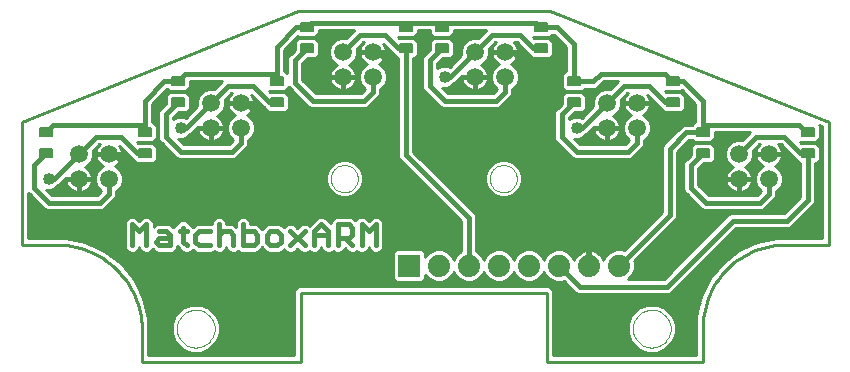
<source format=gtl>
G75*
G70*
%OFA0B0*%
%FSLAX24Y24*%
%IPPOS*%
%LPD*%
%AMOC8*
5,1,8,0,0,1.08239X$1,22.5*
%
%ADD10C,0.0100*%
%ADD11C,0.0000*%
%ADD12C,0.0150*%
%ADD13C,0.0594*%
%ADD14C,0.0060*%
%ADD15R,0.0740X0.0740*%
%ADD16C,0.0740*%
%ADD17C,0.0080*%
%ADD18C,0.0160*%
%ADD19C,0.0400*%
D10*
X010233Y004800D02*
X010233Y005900D01*
X010453Y005902D02*
X010455Y005813D01*
X010453Y005811D01*
X010453Y005020D01*
X015313Y005020D01*
X015313Y007191D01*
X015442Y007320D01*
X023824Y007320D01*
X023953Y007191D01*
X023953Y005020D01*
X028713Y005020D01*
X028713Y005911D01*
X028712Y005913D01*
X028713Y006002D01*
X028713Y006091D01*
X028715Y006093D01*
X028719Y006339D01*
X028719Y006339D01*
X028880Y006988D01*
X028880Y006988D01*
X029182Y007586D01*
X029182Y007586D01*
X029608Y008102D01*
X029608Y008102D01*
X029608Y008102D01*
X030139Y008510D01*
X030139Y008510D01*
X030748Y008789D01*
X030748Y008789D01*
X031403Y008926D01*
X031403Y008926D01*
X031735Y008920D01*
X032913Y008920D01*
X032913Y012651D01*
X032814Y012690D01*
X032840Y012665D01*
X032840Y012244D01*
X032722Y012127D01*
X032160Y012127D01*
X032214Y012073D01*
X032722Y012073D01*
X032840Y011956D01*
X032840Y011535D01*
X032722Y011418D01*
X032683Y011418D01*
X032683Y010150D01*
X032645Y010058D01*
X032575Y009988D01*
X031875Y009288D01*
X031783Y009250D01*
X030037Y009250D01*
X027875Y007088D01*
X027783Y007050D01*
X024784Y007050D01*
X024692Y007088D01*
X024621Y007158D01*
X024297Y007483D01*
X024241Y007460D01*
X024026Y007460D01*
X023827Y007542D01*
X023676Y007694D01*
X023633Y007796D01*
X023591Y007694D01*
X023439Y007542D01*
X023241Y007460D01*
X023026Y007460D01*
X022827Y007542D01*
X022676Y007694D01*
X022633Y007796D01*
X022591Y007694D01*
X022439Y007542D01*
X022241Y007460D01*
X022026Y007460D01*
X021827Y007542D01*
X021676Y007694D01*
X021633Y007796D01*
X021591Y007694D01*
X021439Y007542D01*
X021241Y007460D01*
X021026Y007460D01*
X020827Y007542D01*
X020676Y007694D01*
X020633Y007796D01*
X020591Y007694D01*
X020439Y007542D01*
X020241Y007460D01*
X020026Y007460D01*
X019827Y007542D01*
X019676Y007694D01*
X019673Y007699D01*
X019673Y007560D01*
X019574Y007460D01*
X018693Y007460D01*
X018593Y007560D01*
X018593Y008440D01*
X018693Y008540D01*
X019574Y008540D01*
X019673Y008440D01*
X019673Y008301D01*
X019676Y008306D01*
X019827Y008458D01*
X020026Y008540D01*
X020241Y008540D01*
X020439Y008458D01*
X020591Y008306D01*
X020633Y008204D01*
X020676Y008306D01*
X020827Y008458D01*
X020883Y008481D01*
X020883Y009496D01*
X018821Y011558D01*
X018783Y011650D01*
X018783Y014918D01*
X018744Y014918D01*
X018627Y015035D01*
X018627Y015053D01*
X018576Y015104D01*
X018290Y015390D01*
X018316Y015354D01*
X018348Y015292D01*
X018369Y015225D01*
X018380Y015159D01*
X017972Y015159D01*
X017972Y015081D01*
X018380Y015081D01*
X018369Y015015D01*
X018348Y014948D01*
X018316Y014886D01*
X018274Y014829D01*
X018225Y014779D01*
X018168Y014738D01*
X018126Y014716D01*
X018198Y014686D01*
X018329Y014555D01*
X018400Y014383D01*
X018400Y014197D01*
X018329Y014025D01*
X018198Y013894D01*
X018183Y013888D01*
X018183Y013802D01*
X018184Y013755D01*
X018183Y013752D01*
X018183Y013750D01*
X018165Y013706D01*
X018148Y013662D01*
X018146Y013660D01*
X018145Y013658D01*
X018112Y013625D01*
X017856Y013360D01*
X017855Y013358D01*
X017822Y013325D01*
X017789Y013290D01*
X017787Y013290D01*
X017785Y013288D01*
X017741Y013270D01*
X017697Y013251D01*
X017695Y013251D01*
X017693Y013250D01*
X017645Y013250D01*
X017598Y013249D01*
X017596Y013250D01*
X015884Y013250D01*
X015792Y013288D01*
X015721Y013358D01*
X015192Y013888D01*
X015192Y013888D01*
X015138Y013942D01*
X015022Y013827D01*
X014460Y013827D01*
X014514Y013773D01*
X015022Y013773D01*
X015140Y013656D01*
X015140Y013235D01*
X015022Y013118D01*
X014444Y013118D01*
X014327Y013235D01*
X014327Y013253D01*
X013890Y013690D01*
X013916Y013654D01*
X013948Y013592D01*
X013969Y013525D01*
X013980Y013459D01*
X013572Y013459D01*
X013572Y013381D01*
X013980Y013381D01*
X013969Y013315D01*
X013948Y013248D01*
X013916Y013186D01*
X013874Y013129D01*
X013825Y013079D01*
X013768Y013038D01*
X013726Y013016D01*
X013798Y012986D01*
X013929Y012855D01*
X014000Y012683D01*
X014000Y012497D01*
X013929Y012325D01*
X013798Y012194D01*
X013783Y012188D01*
X013783Y012050D01*
X013745Y011958D01*
X013675Y011888D01*
X013375Y011588D01*
X013283Y011550D01*
X011484Y011550D01*
X011392Y011588D01*
X011321Y011658D01*
X010892Y012088D01*
X010821Y012158D01*
X010783Y012250D01*
X010783Y013095D01*
X010821Y013187D01*
X011027Y013393D01*
X011027Y013656D01*
X011144Y013773D01*
X011722Y013773D01*
X011840Y013656D01*
X011840Y013235D01*
X011722Y013118D01*
X011459Y013118D01*
X011283Y012942D01*
X011283Y012873D01*
X011324Y012914D01*
X011460Y012970D01*
X011607Y012970D01*
X011694Y012934D01*
X012072Y013312D01*
X012066Y013327D01*
X012066Y013513D01*
X012137Y013685D01*
X012269Y013816D01*
X012440Y013887D01*
X012626Y013887D01*
X012641Y013881D01*
X012910Y014150D01*
X011840Y014150D01*
X011840Y013944D01*
X011722Y013827D01*
X011144Y013827D01*
X011079Y013892D01*
X010583Y013396D01*
X010583Y012782D01*
X010622Y012782D01*
X010740Y012665D01*
X010740Y012244D01*
X010622Y012127D01*
X010060Y012127D01*
X010114Y012073D01*
X010622Y012073D01*
X010740Y011956D01*
X010740Y011535D01*
X010622Y011418D01*
X010044Y011418D01*
X009927Y011535D01*
X009927Y011553D01*
X009876Y011604D01*
X009490Y011990D01*
X009516Y011954D01*
X009548Y011892D01*
X009569Y011825D01*
X009580Y011759D01*
X009172Y011759D01*
X009172Y011681D01*
X009580Y011681D01*
X009569Y011615D01*
X009548Y011548D01*
X009516Y011486D01*
X009474Y011429D01*
X009425Y011379D01*
X009368Y011338D01*
X009326Y011316D01*
X009398Y011286D01*
X009529Y011155D01*
X009600Y010983D01*
X009600Y010797D01*
X009529Y010625D01*
X009398Y010494D01*
X009383Y010488D01*
X009383Y010350D01*
X009345Y010258D01*
X009275Y010188D01*
X008975Y009888D01*
X008883Y009850D01*
X007084Y009850D01*
X006992Y009888D01*
X006921Y009958D01*
X006492Y010388D01*
X006492Y010388D01*
X006453Y010426D01*
X006453Y008920D01*
X007331Y008920D01*
X007675Y008926D01*
X007675Y008926D01*
X008353Y008784D01*
X008353Y008784D01*
X008981Y008495D01*
X008981Y008495D01*
X009530Y008073D01*
X009530Y008073D01*
X009530Y008073D01*
X009970Y007540D01*
X009970Y007540D01*
X010281Y006922D01*
X010281Y006922D01*
X010447Y006250D01*
X010447Y006250D01*
X010452Y005993D01*
X010453Y005991D01*
X010453Y005902D01*
X010454Y005884D02*
X011233Y005884D01*
X011233Y005982D02*
X010453Y005982D01*
X010450Y006081D02*
X011242Y006081D01*
X011233Y006059D02*
X011233Y005741D01*
X011355Y005447D01*
X011580Y005222D01*
X011874Y005100D01*
X012192Y005100D01*
X012486Y005222D01*
X012711Y005447D01*
X012833Y005741D01*
X012833Y006059D01*
X012711Y006353D01*
X012486Y006578D01*
X012192Y006700D01*
X011874Y006700D01*
X011580Y006578D01*
X011355Y006353D01*
X011233Y006059D01*
X011283Y006179D02*
X010448Y006179D01*
X010440Y006278D02*
X011324Y006278D01*
X011378Y006376D02*
X010416Y006376D01*
X010392Y006475D02*
X011477Y006475D01*
X011575Y006573D02*
X010367Y006573D01*
X010343Y006672D02*
X011806Y006672D01*
X012261Y006672D02*
X015313Y006672D01*
X015313Y006770D02*
X010319Y006770D01*
X010295Y006869D02*
X015313Y006869D01*
X015313Y006967D02*
X010259Y006967D01*
X010209Y007066D02*
X015313Y007066D01*
X015313Y007164D02*
X010159Y007164D01*
X010110Y007263D02*
X015385Y007263D01*
X015533Y007100D02*
X023733Y007100D01*
X023733Y004800D01*
X028933Y004800D01*
X028933Y006000D01*
X028713Y005982D02*
X028033Y005982D01*
X028033Y006059D02*
X028033Y005741D01*
X027911Y005447D01*
X027686Y005222D01*
X027392Y005100D01*
X027074Y005100D01*
X026780Y005222D01*
X026555Y005447D01*
X026433Y005741D01*
X026433Y006059D01*
X026555Y006353D01*
X026780Y006578D01*
X027074Y006700D01*
X027392Y006700D01*
X027686Y006578D01*
X027911Y006353D01*
X028033Y006059D01*
X028024Y006081D02*
X028713Y006081D01*
X028717Y006179D02*
X027984Y006179D01*
X027943Y006278D02*
X028718Y006278D01*
X028729Y006376D02*
X027889Y006376D01*
X027960Y006475D02*
X028629Y006475D01*
X028639Y006512D02*
X028151Y007195D01*
X030087Y009130D01*
X031807Y009130D01*
X031943Y009186D01*
X032747Y009990D01*
X032751Y010000D01*
X032793Y010000D01*
X032793Y009040D01*
X031736Y009040D01*
X031391Y009046D01*
X030710Y008904D01*
X030710Y008904D01*
X030077Y008613D01*
X030077Y008613D01*
X029525Y008189D01*
X029525Y008189D01*
X029525Y008189D01*
X029081Y007652D01*
X028767Y007030D01*
X028600Y006354D01*
X028595Y006071D01*
X028593Y006068D01*
X028593Y006003D01*
X028592Y005939D01*
X028593Y005936D01*
X028593Y005140D01*
X027774Y005140D01*
X028013Y005379D01*
X028153Y005717D01*
X028153Y006083D01*
X028013Y006421D01*
X027754Y006680D01*
X027416Y006820D01*
X027050Y006820D01*
X026712Y006680D01*
X026453Y006421D01*
X026313Y006083D01*
X026313Y005717D01*
X026453Y005379D01*
X026692Y005140D01*
X024073Y005140D01*
X024073Y007168D01*
X024022Y007293D01*
X024009Y007305D01*
X024300Y007310D01*
X024520Y007090D01*
X024624Y006986D01*
X024760Y006930D01*
X027807Y006930D01*
X027943Y006986D01*
X028339Y007382D01*
X028950Y007393D01*
X028767Y007030D01*
X028767Y007030D01*
X028639Y006512D01*
X028654Y006573D02*
X027861Y006573D01*
X027790Y006475D02*
X028753Y006475D01*
X028777Y006573D02*
X027692Y006573D01*
X027763Y006672D02*
X028678Y006672D01*
X028525Y006672D01*
X028455Y006770D02*
X028703Y006770D01*
X027537Y006770D01*
X027461Y006672D02*
X028802Y006672D01*
X028826Y006770D02*
X023953Y006770D01*
X023953Y006672D02*
X027006Y006672D01*
X026930Y006770D02*
X024073Y006770D01*
X024073Y006672D02*
X026704Y006672D01*
X026775Y006573D02*
X023953Y006573D01*
X023953Y006475D02*
X026677Y006475D01*
X026605Y006573D02*
X024073Y006573D01*
X024073Y006475D02*
X026507Y006475D01*
X026578Y006376D02*
X023953Y006376D01*
X023953Y006278D02*
X026524Y006278D01*
X026483Y006179D02*
X023953Y006179D01*
X023953Y006081D02*
X026442Y006081D01*
X026433Y005982D02*
X023953Y005982D01*
X023953Y005884D02*
X026433Y005884D01*
X026433Y005785D02*
X023953Y005785D01*
X023953Y005687D02*
X026456Y005687D01*
X026497Y005588D02*
X023953Y005588D01*
X023953Y005490D02*
X026538Y005490D01*
X026611Y005391D02*
X023953Y005391D01*
X023953Y005293D02*
X026710Y005293D01*
X026638Y005194D02*
X024073Y005194D01*
X024073Y005293D02*
X026540Y005293D01*
X026448Y005391D02*
X024073Y005391D01*
X024073Y005490D02*
X026408Y005490D01*
X026367Y005588D02*
X024073Y005588D01*
X024073Y005687D02*
X026326Y005687D01*
X026313Y005785D02*
X024073Y005785D01*
X024073Y005884D02*
X026313Y005884D01*
X026313Y005982D02*
X024073Y005982D01*
X024073Y006081D02*
X026313Y006081D01*
X026353Y006179D02*
X024073Y006179D01*
X024073Y006278D02*
X026394Y006278D01*
X026435Y006376D02*
X024073Y006376D01*
X024073Y006869D02*
X028727Y006869D01*
X028384Y006869D01*
X028314Y006967D02*
X028751Y006967D01*
X027896Y006967D01*
X027820Y007066D02*
X028919Y007066D01*
X028875Y006967D02*
X023953Y006967D01*
X023953Y006869D02*
X028851Y006869D01*
X028767Y007030D02*
X028767Y007030D01*
X028785Y007066D02*
X028022Y007066D01*
X027951Y007164D02*
X028969Y007164D01*
X029018Y007263D02*
X028049Y007263D01*
X028121Y007164D02*
X028834Y007164D01*
X028173Y007164D01*
X028219Y007263D02*
X028884Y007263D01*
X028219Y007263D01*
X028148Y007361D02*
X029068Y007361D01*
X029118Y007460D02*
X028246Y007460D01*
X028318Y007361D02*
X028934Y007361D01*
X028318Y007361D01*
X028416Y007460D02*
X028983Y007460D01*
X029033Y007558D02*
X028515Y007558D01*
X028443Y007657D02*
X029240Y007657D01*
X029167Y007558D02*
X028345Y007558D01*
X028542Y007755D02*
X029321Y007755D01*
X029247Y007854D02*
X028810Y007854D01*
X028739Y007952D02*
X029484Y007952D01*
X029410Y008051D02*
X029007Y008051D01*
X028936Y008149D02*
X029670Y008149D01*
X029601Y008248D02*
X029204Y008248D01*
X029133Y008346D02*
X029926Y008346D01*
X029858Y008445D02*
X029401Y008445D01*
X029330Y008543D02*
X030212Y008543D01*
X030139Y008642D02*
X029598Y008642D01*
X029527Y008740D02*
X030641Y008740D01*
X030568Y008839D02*
X029795Y008839D01*
X029724Y008937D02*
X032913Y008937D01*
X032913Y009036D02*
X029822Y009036D01*
X029894Y008937D02*
X030869Y008937D01*
X030984Y008839D02*
X029625Y008839D01*
X029697Y008740D02*
X030353Y008740D01*
X030426Y008642D02*
X029428Y008642D01*
X029500Y008543D02*
X029986Y008543D01*
X030055Y008445D02*
X029231Y008445D01*
X029303Y008346D02*
X029729Y008346D01*
X029798Y008248D02*
X029034Y008248D01*
X029106Y008149D02*
X029492Y008149D01*
X029566Y008051D02*
X028837Y008051D01*
X028909Y007952D02*
X029329Y007952D01*
X029403Y007854D02*
X028640Y007854D01*
X028712Y007755D02*
X029166Y007755D01*
X029084Y007657D02*
X028613Y007657D01*
X029081Y007652D02*
X029081Y007652D01*
X028032Y007952D02*
X026673Y007952D01*
X026673Y007893D02*
X026673Y008107D01*
X026650Y008163D01*
X028045Y009558D01*
X028083Y009650D01*
X028083Y011796D01*
X028491Y012204D01*
X028567Y012204D01*
X028644Y012127D01*
X029222Y012127D01*
X029340Y012244D01*
X029340Y012450D01*
X030510Y012450D01*
X030501Y012442D01*
X030241Y012181D01*
X030226Y012187D01*
X030040Y012187D01*
X029869Y012116D01*
X029737Y011985D01*
X029666Y011813D01*
X029666Y011627D01*
X029737Y011455D01*
X029869Y011324D01*
X029941Y011294D01*
X029899Y011272D01*
X029842Y011231D01*
X029792Y011181D01*
X029751Y011124D01*
X029719Y011062D01*
X029697Y010995D01*
X029687Y010929D01*
X030095Y010929D01*
X030095Y010851D01*
X030172Y010851D01*
X030172Y010443D01*
X030238Y010454D01*
X030305Y010476D01*
X030368Y010508D01*
X030425Y010549D01*
X030474Y010599D01*
X030516Y010656D01*
X030548Y010718D01*
X030569Y010785D01*
X030580Y010851D01*
X030172Y010851D01*
X030172Y010929D01*
X030580Y010929D01*
X030569Y010995D01*
X030548Y011062D01*
X030516Y011124D01*
X030474Y011181D01*
X030425Y011231D01*
X030368Y011272D01*
X030326Y011294D01*
X030398Y011324D01*
X030529Y011455D01*
X030600Y011627D01*
X030600Y011813D01*
X030594Y011828D01*
X030817Y012050D01*
X030831Y012050D01*
X030792Y012011D01*
X030751Y011954D01*
X030719Y011892D01*
X030659Y011892D01*
X030719Y011892D02*
X030697Y011825D01*
X030687Y011759D01*
X031095Y011759D01*
X031095Y011681D01*
X030687Y011681D01*
X030697Y011615D01*
X030719Y011548D01*
X030751Y011486D01*
X030792Y011429D01*
X030842Y011379D01*
X030899Y011338D01*
X030941Y011316D01*
X030869Y011286D01*
X030737Y011155D01*
X030666Y010983D01*
X030666Y010797D01*
X030737Y010625D01*
X030869Y010494D01*
X030874Y010492D01*
X030737Y010350D01*
X029137Y010350D01*
X028783Y010704D01*
X028783Y011242D01*
X028959Y011418D01*
X029222Y011418D01*
X029340Y011535D01*
X029340Y011956D01*
X029222Y012073D01*
X028644Y012073D01*
X028527Y011956D01*
X028527Y011693D01*
X028392Y011558D01*
X028321Y011487D01*
X028283Y011395D01*
X028283Y010550D01*
X028321Y010458D01*
X028392Y010388D01*
X028821Y009958D01*
X028892Y009888D01*
X028984Y009850D01*
X030796Y009850D01*
X030798Y009849D01*
X030845Y009850D01*
X030893Y009850D01*
X030895Y009851D01*
X030897Y009851D01*
X030941Y009870D01*
X030985Y009888D01*
X030987Y009890D01*
X030989Y009890D01*
X031022Y009925D01*
X031055Y009958D01*
X031056Y009960D01*
X031312Y010225D01*
X031345Y010258D01*
X031346Y010260D01*
X031348Y010262D01*
X031365Y010306D01*
X031383Y010350D01*
X031383Y010352D01*
X031384Y010355D01*
X031383Y010402D01*
X031383Y010488D01*
X031398Y010494D01*
X031529Y010625D01*
X031600Y010797D01*
X031600Y010983D01*
X031529Y011155D01*
X031398Y011286D01*
X031326Y011316D01*
X031368Y011338D01*
X031425Y011379D01*
X031474Y011429D01*
X031516Y011486D01*
X031548Y011548D01*
X031569Y011615D01*
X031580Y011681D01*
X031172Y011681D01*
X031172Y011759D01*
X031580Y011759D01*
X031569Y011825D01*
X031548Y011892D01*
X031516Y011954D01*
X031474Y012011D01*
X031436Y012050D01*
X031530Y012050D01*
X031976Y011604D01*
X032027Y011553D01*
X032027Y011535D01*
X032144Y011418D01*
X032183Y011418D01*
X032183Y010304D01*
X031630Y009750D01*
X029884Y009750D01*
X029792Y009712D01*
X029721Y009642D01*
X027630Y007550D01*
X026447Y007550D01*
X026591Y007694D01*
X026673Y007893D01*
X026657Y007854D02*
X027933Y007854D01*
X027835Y007755D02*
X026616Y007755D01*
X026554Y007657D02*
X027736Y007657D01*
X027638Y007558D02*
X026455Y007558D01*
X026673Y008051D02*
X028130Y008051D01*
X028229Y008149D02*
X026656Y008149D01*
X026734Y008248D02*
X028327Y008248D01*
X028426Y008346D02*
X026833Y008346D01*
X026931Y008445D02*
X028524Y008445D01*
X028623Y008543D02*
X027030Y008543D01*
X027128Y008642D02*
X028721Y008642D01*
X028820Y008740D02*
X027227Y008740D01*
X027325Y008839D02*
X028918Y008839D01*
X029017Y008937D02*
X027424Y008937D01*
X027522Y009036D02*
X029115Y009036D01*
X029214Y009134D02*
X027621Y009134D01*
X027719Y009233D02*
X029312Y009233D01*
X029411Y009331D02*
X027818Y009331D01*
X027916Y009430D02*
X029509Y009430D01*
X029608Y009528D02*
X028015Y009528D01*
X028073Y009627D02*
X029706Y009627D01*
X029823Y009725D02*
X028083Y009725D01*
X028083Y009824D02*
X031703Y009824D01*
X031802Y009922D02*
X031019Y009922D01*
X031114Y010021D02*
X031900Y010021D01*
X031999Y010119D02*
X031209Y010119D01*
X031305Y010218D02*
X032097Y010218D01*
X032183Y010316D02*
X031369Y010316D01*
X031383Y010415D02*
X032183Y010415D01*
X032183Y010513D02*
X031417Y010513D01*
X031516Y010612D02*
X032183Y010612D01*
X032183Y010710D02*
X031564Y010710D01*
X031600Y010809D02*
X032183Y010809D01*
X032183Y010907D02*
X031600Y010907D01*
X031591Y011006D02*
X032183Y011006D01*
X032183Y011104D02*
X031550Y011104D01*
X031481Y011203D02*
X032183Y011203D01*
X032183Y011301D02*
X031362Y011301D01*
X031445Y011400D02*
X032183Y011400D01*
X032064Y011498D02*
X031522Y011498D01*
X031563Y011597D02*
X031983Y011597D01*
X031885Y011695D02*
X031172Y011695D01*
X031095Y011695D02*
X030600Y011695D01*
X030600Y011794D02*
X030692Y011794D01*
X030703Y011597D02*
X030588Y011597D01*
X030547Y011498D02*
X030745Y011498D01*
X030821Y011400D02*
X030474Y011400D01*
X030343Y011301D02*
X030905Y011301D01*
X030785Y011203D02*
X030453Y011203D01*
X030526Y011104D02*
X030716Y011104D01*
X030676Y011006D02*
X030566Y011006D01*
X030666Y010907D02*
X030172Y010907D01*
X030095Y010907D02*
X028783Y010907D01*
X028783Y010809D02*
X029693Y010809D01*
X029697Y010785D02*
X029719Y010718D01*
X029751Y010656D01*
X029792Y010599D01*
X029842Y010549D01*
X029899Y010508D01*
X029962Y010476D01*
X030029Y010454D01*
X030095Y010443D01*
X030095Y010851D01*
X029687Y010851D01*
X029697Y010785D01*
X029723Y010710D02*
X028783Y010710D01*
X028875Y010612D02*
X029783Y010612D01*
X029891Y010513D02*
X028974Y010513D01*
X029072Y010415D02*
X030800Y010415D01*
X030850Y010513D02*
X030375Y010513D01*
X030484Y010612D02*
X030751Y010612D01*
X030702Y010710D02*
X030543Y010710D01*
X030573Y010809D02*
X030666Y010809D01*
X030172Y010809D02*
X030095Y010809D01*
X030095Y010710D02*
X030172Y010710D01*
X030172Y010612D02*
X030095Y010612D01*
X030095Y010513D02*
X030172Y010513D01*
X029701Y011006D02*
X028783Y011006D01*
X028783Y011104D02*
X029741Y011104D01*
X029813Y011203D02*
X028783Y011203D01*
X028842Y011301D02*
X029924Y011301D01*
X029793Y011400D02*
X028941Y011400D01*
X029302Y011498D02*
X029720Y011498D01*
X029679Y011597D02*
X029340Y011597D01*
X029340Y011695D02*
X029666Y011695D01*
X029666Y011794D02*
X029340Y011794D01*
X029340Y011892D02*
X029699Y011892D01*
X029743Y011991D02*
X029305Y011991D01*
X029283Y012188D02*
X030247Y012188D01*
X030346Y012286D02*
X029340Y012286D01*
X029340Y012385D02*
X030444Y012385D01*
X030757Y011991D02*
X030777Y011991D01*
X031490Y011991D02*
X031589Y011991D01*
X031548Y011892D02*
X031688Y011892D01*
X031786Y011794D02*
X031574Y011794D01*
X032198Y012089D02*
X032913Y012089D01*
X032913Y011991D02*
X032805Y011991D01*
X032840Y011892D02*
X032913Y011892D01*
X032913Y011794D02*
X032840Y011794D01*
X032840Y011695D02*
X032913Y011695D01*
X032913Y011597D02*
X032840Y011597D01*
X032802Y011498D02*
X032913Y011498D01*
X032913Y011400D02*
X032683Y011400D01*
X032683Y011301D02*
X032913Y011301D01*
X032913Y011203D02*
X032683Y011203D01*
X032683Y011104D02*
X032913Y011104D01*
X032913Y011006D02*
X032683Y011006D01*
X032683Y010907D02*
X032913Y010907D01*
X032913Y010809D02*
X032683Y010809D01*
X032683Y010710D02*
X032913Y010710D01*
X032913Y010612D02*
X032683Y010612D01*
X032683Y010513D02*
X032913Y010513D01*
X032913Y010415D02*
X032683Y010415D01*
X032683Y010316D02*
X032913Y010316D01*
X032913Y010218D02*
X032683Y010218D01*
X032670Y010119D02*
X032913Y010119D01*
X032913Y010021D02*
X032607Y010021D01*
X032679Y009922D02*
X032793Y009922D01*
X032793Y009824D02*
X032580Y009824D01*
X032509Y009922D02*
X032913Y009922D01*
X032913Y009824D02*
X032410Y009824D01*
X032482Y009725D02*
X032793Y009725D01*
X032793Y009627D02*
X032383Y009627D01*
X032312Y009725D02*
X032913Y009725D01*
X032913Y009627D02*
X032213Y009627D01*
X032285Y009528D02*
X032793Y009528D01*
X032793Y009430D02*
X032186Y009430D01*
X032115Y009528D02*
X032913Y009528D01*
X032913Y009430D02*
X032016Y009430D01*
X032088Y009331D02*
X032793Y009331D01*
X032793Y009233D02*
X031989Y009233D01*
X031918Y009331D02*
X032913Y009331D01*
X032913Y009233D02*
X030019Y009233D01*
X029921Y009134D02*
X032913Y009134D01*
X032793Y009134D02*
X031817Y009134D01*
X031391Y009046D02*
X031391Y009046D01*
X031340Y009036D02*
X029992Y009036D01*
X031733Y008700D02*
X033133Y008700D01*
X033133Y012800D01*
X023833Y016500D01*
X015433Y016500D01*
X006233Y012800D01*
X006233Y008700D01*
X007333Y008700D01*
X008092Y008839D02*
X009663Y008839D01*
X009663Y008937D02*
X006453Y008937D01*
X006453Y009036D02*
X009663Y009036D01*
X009663Y009134D02*
X006453Y009134D01*
X006453Y009233D02*
X009663Y009233D01*
X009663Y009331D02*
X006453Y009331D01*
X006453Y009430D02*
X009663Y009430D01*
X009663Y009434D02*
X009663Y009337D01*
X009663Y008626D01*
X009701Y008536D01*
X009770Y008467D01*
X009860Y008430D01*
X009957Y008430D01*
X010047Y008467D01*
X010116Y008536D01*
X010145Y008607D01*
X010174Y008536D01*
X010243Y008467D01*
X010333Y008430D01*
X010431Y008430D01*
X010521Y008467D01*
X010590Y008536D01*
X010596Y008551D01*
X010680Y008467D01*
X010770Y008430D01*
X011223Y008430D01*
X011313Y008467D01*
X011382Y008536D01*
X011419Y008626D01*
X011419Y008639D01*
X011472Y008586D01*
X011590Y008467D01*
X011680Y008430D01*
X011778Y008430D01*
X011868Y008467D01*
X011934Y008533D01*
X012000Y008467D01*
X012090Y008430D01*
X012542Y008430D01*
X012633Y008467D01*
X012653Y008488D01*
X012673Y008467D01*
X012763Y008430D01*
X012861Y008430D01*
X012951Y008467D01*
X013020Y008536D01*
X013049Y008607D01*
X013078Y008536D01*
X013147Y008467D01*
X013237Y008430D01*
X013334Y008430D01*
X013424Y008467D01*
X013445Y008488D01*
X013465Y008467D01*
X013555Y008430D01*
X014008Y008430D01*
X014098Y008467D01*
X014167Y008536D01*
X014167Y008536D01*
X014216Y008586D01*
X014216Y008586D01*
X014237Y008606D01*
X014306Y008536D01*
X014375Y008467D01*
X014465Y008430D01*
X014800Y008430D01*
X014890Y008467D01*
X014959Y008536D01*
X014959Y008536D01*
X014974Y008551D01*
X014980Y008536D01*
X015049Y008467D01*
X015139Y008430D01*
X015236Y008430D01*
X015326Y008467D01*
X015424Y008565D01*
X015522Y008467D01*
X015613Y008430D01*
X015710Y008430D01*
X015800Y008467D01*
X015820Y008488D01*
X015841Y008467D01*
X015931Y008430D01*
X016028Y008430D01*
X016118Y008467D01*
X016187Y008536D01*
X016216Y008607D01*
X016245Y008536D01*
X016314Y008467D01*
X016404Y008430D01*
X016502Y008430D01*
X016592Y008467D01*
X016612Y008488D01*
X016632Y008467D01*
X016723Y008430D01*
X016820Y008430D01*
X016910Y008467D01*
X016979Y008536D01*
X016996Y008577D01*
X017106Y008467D01*
X017196Y008430D01*
X017294Y008430D01*
X017384Y008467D01*
X017404Y008488D01*
X017424Y008467D01*
X017514Y008430D01*
X017612Y008430D01*
X017702Y008467D01*
X017771Y008536D01*
X017800Y008607D01*
X017829Y008536D01*
X017898Y008467D01*
X017988Y008430D01*
X018086Y008430D01*
X018176Y008467D01*
X018245Y008536D01*
X018282Y008626D01*
X018282Y009434D01*
X018245Y009524D01*
X018176Y009593D01*
X018086Y009631D01*
X017988Y009631D01*
X017898Y009593D01*
X017829Y009524D01*
X017800Y009495D01*
X017702Y009593D01*
X017612Y009631D01*
X017514Y009631D01*
X017424Y009593D01*
X017355Y009524D01*
X017349Y009509D01*
X017334Y009524D01*
X017334Y009524D01*
X017265Y009593D01*
X017175Y009631D01*
X016723Y009631D01*
X016632Y009593D01*
X016564Y009524D01*
X016526Y009434D01*
X016526Y009422D01*
X016355Y009593D01*
X016265Y009631D01*
X016168Y009631D01*
X016077Y009593D01*
X016009Y009524D01*
X015820Y009336D01*
X015800Y009356D01*
X015710Y009394D01*
X015613Y009394D01*
X015522Y009356D01*
X015424Y009258D01*
X015326Y009356D01*
X015236Y009394D01*
X015139Y009394D01*
X015049Y009356D01*
X014980Y009288D01*
X014974Y009273D01*
X014959Y009288D01*
X014890Y009356D01*
X014800Y009394D01*
X014465Y009394D01*
X014375Y009356D01*
X014306Y009288D01*
X014306Y009288D01*
X014257Y009238D01*
X014257Y009238D01*
X014237Y009218D01*
X014167Y009288D01*
X014098Y009356D01*
X014008Y009394D01*
X013849Y009394D01*
X013849Y009434D01*
X013811Y009524D01*
X013743Y009593D01*
X013652Y009631D01*
X013555Y009631D01*
X013465Y009593D01*
X013396Y009524D01*
X013359Y009434D01*
X013359Y009304D01*
X013306Y009356D01*
X013216Y009394D01*
X013057Y009394D01*
X013057Y009434D01*
X013020Y009524D01*
X012951Y009593D01*
X012861Y009631D01*
X012763Y009631D01*
X012673Y009593D01*
X012604Y009524D01*
X012567Y009434D01*
X012567Y009384D01*
X012542Y009394D01*
X012090Y009394D01*
X012051Y009378D01*
X012000Y009356D01*
X011998Y009355D01*
X011934Y009290D01*
X011868Y009356D01*
X011833Y009371D01*
X011818Y009406D01*
X011749Y009475D01*
X011659Y009512D01*
X011562Y009512D01*
X011472Y009475D01*
X011403Y009406D01*
X011388Y009371D01*
X011353Y009356D01*
X011284Y009288D01*
X011278Y009273D01*
X011194Y009356D01*
X011104Y009394D01*
X010770Y009394D01*
X010680Y009356D01*
X010627Y009304D01*
X010627Y009434D01*
X010590Y009524D01*
X010521Y009593D01*
X010431Y009631D01*
X010333Y009631D01*
X010243Y009593D01*
X010174Y009524D01*
X010145Y009495D01*
X010047Y009593D01*
X009957Y009631D01*
X009860Y009631D01*
X009770Y009593D01*
X009701Y009524D01*
X009663Y009434D01*
X009704Y009528D02*
X006453Y009528D01*
X006453Y009627D02*
X009850Y009627D01*
X009967Y009627D02*
X010323Y009627D01*
X010441Y009627D02*
X012753Y009627D01*
X012870Y009627D02*
X013545Y009627D01*
X013662Y009627D02*
X016158Y009627D01*
X016275Y009627D02*
X016713Y009627D01*
X016567Y009528D02*
X016420Y009528D01*
X016519Y009430D02*
X016526Y009430D01*
X016012Y009528D02*
X013808Y009528D01*
X013849Y009430D02*
X015914Y009430D01*
X015497Y009331D02*
X015352Y009331D01*
X015023Y009331D02*
X014915Y009331D01*
X014465Y009394D02*
X014465Y009394D01*
X014350Y009331D02*
X014123Y009331D01*
X014222Y009233D02*
X014251Y009233D01*
X013359Y009331D02*
X013331Y009331D01*
X013359Y009430D02*
X013057Y009430D01*
X013016Y009528D02*
X013400Y009528D01*
X012608Y009528D02*
X010586Y009528D01*
X010627Y009430D02*
X011426Y009430D01*
X011328Y009331D02*
X011220Y009331D01*
X011795Y009430D02*
X012567Y009430D01*
X012000Y009356D02*
X012000Y009356D01*
X011974Y009331D02*
X011893Y009331D01*
X010654Y009331D02*
X010627Y009331D01*
X010178Y009528D02*
X010112Y009528D01*
X009206Y010119D02*
X020261Y010119D01*
X020359Y010021D02*
X009107Y010021D01*
X009009Y009922D02*
X020458Y009922D01*
X020556Y009824D02*
X006453Y009824D01*
X006453Y009922D02*
X006958Y009922D01*
X006859Y010021D02*
X006453Y010021D01*
X006453Y010119D02*
X006761Y010119D01*
X006662Y010218D02*
X006453Y010218D01*
X006453Y010316D02*
X006564Y010316D01*
X006465Y010415D02*
X006453Y010415D01*
X007055Y010532D02*
X007060Y010530D01*
X007207Y010530D01*
X007343Y010586D01*
X007437Y010681D01*
X007455Y010688D01*
X007695Y010929D01*
X008095Y010929D01*
X008095Y010851D01*
X008172Y010851D01*
X008172Y010443D01*
X008238Y010454D01*
X008305Y010476D01*
X008368Y010508D01*
X008425Y010549D01*
X008474Y010599D01*
X008516Y010656D01*
X008548Y010718D01*
X008569Y010785D01*
X008580Y010851D01*
X008172Y010851D01*
X008172Y010929D01*
X008580Y010929D01*
X008569Y010995D01*
X008548Y011062D01*
X008516Y011124D01*
X008474Y011181D01*
X008425Y011231D01*
X008368Y011272D01*
X008326Y011294D01*
X008398Y011324D01*
X008529Y011455D01*
X008600Y011627D01*
X008600Y011813D01*
X008594Y011828D01*
X008817Y012050D01*
X008831Y012050D01*
X008792Y012011D01*
X008751Y011954D01*
X008719Y011892D01*
X008659Y011892D01*
X008719Y011892D02*
X008697Y011825D01*
X008687Y011759D01*
X009095Y011759D01*
X009095Y011681D01*
X008687Y011681D01*
X008697Y011615D01*
X008719Y011548D01*
X008751Y011486D01*
X008792Y011429D01*
X008842Y011379D01*
X008899Y011338D01*
X008941Y011316D01*
X008869Y011286D01*
X008737Y011155D01*
X008666Y010983D01*
X008666Y010797D01*
X008737Y010625D01*
X008869Y010494D01*
X008872Y010492D01*
X008730Y010350D01*
X007237Y010350D01*
X007055Y010532D01*
X007074Y010513D02*
X007891Y010513D01*
X007899Y010508D02*
X007962Y010476D01*
X008029Y010454D01*
X008095Y010443D01*
X008095Y010851D01*
X007687Y010851D01*
X007697Y010785D01*
X007719Y010718D01*
X007751Y010656D01*
X007792Y010599D01*
X007842Y010549D01*
X007899Y010508D01*
X007783Y010612D02*
X007368Y010612D01*
X007477Y010710D02*
X007723Y010710D01*
X007693Y010809D02*
X007575Y010809D01*
X007674Y010907D02*
X008095Y010907D01*
X008172Y010907D02*
X008666Y010907D01*
X008666Y010809D02*
X008573Y010809D01*
X008543Y010710D02*
X008702Y010710D01*
X008751Y010612D02*
X008484Y010612D01*
X008375Y010513D02*
X008850Y010513D01*
X008794Y010415D02*
X007172Y010415D01*
X008095Y010513D02*
X008172Y010513D01*
X008172Y010612D02*
X008095Y010612D01*
X008095Y010710D02*
X008172Y010710D01*
X008172Y010809D02*
X008095Y010809D01*
X008566Y011006D02*
X008676Y011006D01*
X008716Y011104D02*
X008526Y011104D01*
X008453Y011203D02*
X008785Y011203D01*
X008905Y011301D02*
X008343Y011301D01*
X008474Y011400D02*
X008821Y011400D01*
X008745Y011498D02*
X008547Y011498D01*
X008588Y011597D02*
X008703Y011597D01*
X008600Y011695D02*
X009095Y011695D01*
X009172Y011695D02*
X009785Y011695D01*
X009883Y011597D02*
X009563Y011597D01*
X009522Y011498D02*
X009964Y011498D01*
X009686Y011794D02*
X009574Y011794D01*
X009588Y011892D02*
X009548Y011892D01*
X010098Y012089D02*
X010891Y012089D01*
X010809Y012188D02*
X010683Y012188D01*
X010740Y012286D02*
X010783Y012286D01*
X010783Y012385D02*
X010740Y012385D01*
X010740Y012483D02*
X010783Y012483D01*
X010783Y012582D02*
X010740Y012582D01*
X010724Y012680D02*
X010783Y012680D01*
X010783Y012779D02*
X010626Y012779D01*
X010583Y012877D02*
X010783Y012877D01*
X010783Y012976D02*
X010583Y012976D01*
X010583Y013074D02*
X010783Y013074D01*
X010815Y013173D02*
X010583Y013173D01*
X010583Y013271D02*
X010905Y013271D01*
X011004Y013370D02*
X010583Y013370D01*
X010655Y013468D02*
X011027Y013468D01*
X011027Y013567D02*
X010753Y013567D01*
X010852Y013665D02*
X011036Y013665D01*
X010950Y013764D02*
X011135Y013764D01*
X011109Y013862D02*
X011049Y013862D01*
X011732Y013764D02*
X012216Y013764D01*
X012129Y013665D02*
X011831Y013665D01*
X011840Y013567D02*
X012088Y013567D01*
X012066Y013468D02*
X011840Y013468D01*
X011840Y013370D02*
X012066Y013370D01*
X012031Y013271D02*
X011840Y013271D01*
X011777Y013173D02*
X011932Y013173D01*
X011834Y013074D02*
X011415Y013074D01*
X011317Y012976D02*
X011735Y012976D01*
X011287Y012877D02*
X011283Y012877D01*
X011855Y012388D02*
X012095Y012629D01*
X012495Y012629D01*
X012495Y012551D01*
X012572Y012551D01*
X012572Y012143D01*
X012638Y012154D01*
X012705Y012176D01*
X012768Y012208D01*
X012825Y012249D01*
X012874Y012299D01*
X012916Y012356D01*
X012948Y012418D01*
X012969Y012485D01*
X012980Y012551D01*
X012572Y012551D01*
X012572Y012629D01*
X012980Y012629D01*
X012969Y012695D01*
X012948Y012762D01*
X012916Y012824D01*
X012874Y012881D01*
X012825Y012931D01*
X012768Y012972D01*
X012726Y012994D01*
X012798Y013024D01*
X012929Y013155D01*
X013000Y013327D01*
X013000Y013513D01*
X012994Y013528D01*
X013217Y013750D01*
X013231Y013750D01*
X013192Y013711D01*
X013151Y013654D01*
X013119Y013592D01*
X013097Y013525D01*
X013087Y013459D01*
X013495Y013459D01*
X013495Y013381D01*
X013087Y013381D01*
X013097Y013315D01*
X013119Y013248D01*
X013151Y013186D01*
X013192Y013129D01*
X013242Y013079D01*
X013299Y013038D01*
X013341Y013016D01*
X013269Y012986D01*
X013137Y012855D01*
X013066Y012683D01*
X013066Y012497D01*
X013137Y012325D01*
X013269Y012194D01*
X013272Y012192D01*
X013130Y012050D01*
X011637Y012050D01*
X011455Y012232D01*
X011460Y012230D01*
X011607Y012230D01*
X011743Y012286D01*
X011837Y012381D01*
X011855Y012388D01*
X011846Y012385D02*
X012136Y012385D01*
X012151Y012356D02*
X012192Y012299D01*
X012242Y012249D01*
X012299Y012208D01*
X012362Y012176D01*
X012429Y012154D01*
X012495Y012143D01*
X012495Y012551D01*
X012087Y012551D01*
X012097Y012485D01*
X012119Y012418D01*
X012151Y012356D01*
X012205Y012286D02*
X011742Y012286D01*
X011598Y012089D02*
X013169Y012089D01*
X013267Y012188D02*
X012728Y012188D01*
X012572Y012188D02*
X012495Y012188D01*
X012495Y012286D02*
X012572Y012286D01*
X012572Y012385D02*
X012495Y012385D01*
X012495Y012483D02*
X012572Y012483D01*
X012572Y012582D02*
X013066Y012582D01*
X013066Y012680D02*
X012972Y012680D01*
X012939Y012779D02*
X013106Y012779D01*
X013160Y012877D02*
X012878Y012877D01*
X012762Y012976D02*
X013258Y012976D01*
X013249Y013074D02*
X012848Y013074D01*
X012936Y013173D02*
X013160Y013173D01*
X013112Y013271D02*
X012977Y013271D01*
X013000Y013370D02*
X013089Y013370D01*
X013088Y013468D02*
X013000Y013468D01*
X013033Y013567D02*
X013111Y013567D01*
X013132Y013665D02*
X013159Y013665D01*
X012720Y013961D02*
X011840Y013961D01*
X011840Y014059D02*
X012819Y014059D01*
X012380Y013862D02*
X011758Y013862D01*
X013908Y013665D02*
X013915Y013665D01*
X013956Y013567D02*
X014013Y013567D01*
X013978Y013468D02*
X014112Y013468D01*
X014210Y013370D02*
X013978Y013370D01*
X013955Y013271D02*
X014309Y013271D01*
X014390Y013173D02*
X013906Y013173D01*
X013818Y013074D02*
X018783Y013074D01*
X018783Y012976D02*
X013808Y012976D01*
X013907Y012877D02*
X018783Y012877D01*
X018783Y012779D02*
X013961Y012779D01*
X014000Y012680D02*
X018783Y012680D01*
X018783Y012582D02*
X014000Y012582D01*
X013995Y012483D02*
X018783Y012483D01*
X018783Y012385D02*
X013954Y012385D01*
X013890Y012286D02*
X018783Y012286D01*
X018783Y012188D02*
X013783Y012188D01*
X013783Y012089D02*
X018783Y012089D01*
X018783Y011991D02*
X013759Y011991D01*
X013679Y011892D02*
X018783Y011892D01*
X018783Y011794D02*
X013580Y011794D01*
X013482Y011695D02*
X018783Y011695D01*
X018806Y011597D02*
X013383Y011597D01*
X013177Y012286D02*
X012862Y012286D01*
X012930Y012385D02*
X013113Y012385D01*
X013072Y012483D02*
X012969Y012483D01*
X012495Y012582D02*
X012048Y012582D01*
X012098Y012483D02*
X011950Y012483D01*
X012338Y012188D02*
X011499Y012188D01*
X010989Y011991D02*
X010705Y011991D01*
X010740Y011892D02*
X011088Y011892D01*
X011186Y011794D02*
X010740Y011794D01*
X010740Y011695D02*
X011285Y011695D01*
X011383Y011597D02*
X010740Y011597D01*
X010702Y011498D02*
X016807Y011498D01*
X016860Y011520D02*
X016632Y011426D01*
X016458Y011251D01*
X016363Y011023D01*
X016363Y010777D01*
X016458Y010549D01*
X016632Y010374D01*
X016860Y010280D01*
X017107Y010280D01*
X017335Y010374D01*
X017509Y010549D01*
X017603Y010777D01*
X017603Y011023D01*
X017509Y011251D01*
X017335Y011426D01*
X017107Y011520D01*
X016860Y011520D01*
X016606Y011400D02*
X009445Y011400D01*
X009362Y011301D02*
X016508Y011301D01*
X016438Y011203D02*
X009481Y011203D01*
X009550Y011104D02*
X016397Y011104D01*
X016363Y011006D02*
X009591Y011006D01*
X009600Y010907D02*
X016363Y010907D01*
X016363Y010809D02*
X009600Y010809D01*
X009564Y010710D02*
X016391Y010710D01*
X016432Y010612D02*
X009516Y010612D01*
X009417Y010513D02*
X016494Y010513D01*
X016592Y010415D02*
X009383Y010415D01*
X009369Y010316D02*
X016773Y010316D01*
X017194Y010316D02*
X020064Y010316D01*
X020162Y010218D02*
X009304Y010218D01*
X006453Y009725D02*
X020655Y009725D01*
X020753Y009627D02*
X018095Y009627D01*
X017978Y009627D02*
X017622Y009627D01*
X017505Y009627D02*
X017185Y009627D01*
X017331Y009528D02*
X017359Y009528D01*
X017767Y009528D02*
X017833Y009528D01*
X018241Y009528D02*
X020852Y009528D01*
X020883Y009430D02*
X018282Y009430D01*
X018282Y009331D02*
X020883Y009331D01*
X020883Y009233D02*
X018282Y009233D01*
X018282Y009134D02*
X020883Y009134D01*
X020883Y009036D02*
X018282Y009036D01*
X018282Y008937D02*
X020883Y008937D01*
X020883Y008839D02*
X018282Y008839D01*
X018282Y008740D02*
X020883Y008740D01*
X020883Y008642D02*
X018282Y008642D01*
X018247Y008543D02*
X020883Y008543D01*
X020814Y008445D02*
X020452Y008445D01*
X020551Y008346D02*
X020716Y008346D01*
X020651Y008248D02*
X020615Y008248D01*
X019814Y008445D02*
X019669Y008445D01*
X019673Y008346D02*
X019716Y008346D01*
X018593Y008346D02*
X009174Y008346D01*
X009046Y008445D02*
X009825Y008445D01*
X009698Y008543D02*
X008876Y008543D01*
X008662Y008642D02*
X009663Y008642D01*
X009663Y008740D02*
X008448Y008740D01*
X009302Y008248D02*
X018593Y008248D01*
X018593Y008149D02*
X009431Y008149D01*
X009548Y008051D02*
X018593Y008051D01*
X018593Y007952D02*
X009629Y007952D01*
X009711Y007854D02*
X018593Y007854D01*
X018593Y007755D02*
X009792Y007755D01*
X009874Y007657D02*
X018593Y007657D01*
X018595Y007558D02*
X009955Y007558D01*
X010011Y007460D02*
X024320Y007460D01*
X024419Y007361D02*
X010060Y007361D01*
X009992Y008445D02*
X010298Y008445D01*
X010172Y008543D02*
X010119Y008543D01*
X010466Y008445D02*
X010735Y008445D01*
X010604Y008543D02*
X010593Y008543D01*
X011258Y008445D02*
X011645Y008445D01*
X011514Y008543D02*
X011384Y008543D01*
X011472Y008586D02*
X011472Y008586D01*
X011813Y008445D02*
X012055Y008445D01*
X012578Y008445D02*
X012728Y008445D01*
X012896Y008445D02*
X013202Y008445D01*
X013075Y008543D02*
X013022Y008543D01*
X013369Y008445D02*
X013520Y008445D01*
X014043Y008445D02*
X014430Y008445D01*
X014306Y008536D02*
X014306Y008536D01*
X014300Y008543D02*
X014174Y008543D01*
X014835Y008445D02*
X015104Y008445D01*
X014977Y008543D02*
X014965Y008543D01*
X015271Y008445D02*
X015577Y008445D01*
X015447Y008543D02*
X015402Y008543D01*
X015745Y008445D02*
X015896Y008445D01*
X016063Y008445D02*
X016369Y008445D01*
X016243Y008543D02*
X016190Y008543D01*
X016537Y008445D02*
X016687Y008445D01*
X016855Y008445D02*
X017161Y008445D01*
X017031Y008543D02*
X016982Y008543D01*
X017329Y008445D02*
X017479Y008445D01*
X017647Y008445D02*
X017953Y008445D01*
X017826Y008543D02*
X017774Y008543D01*
X018121Y008445D02*
X018597Y008445D01*
X020616Y007755D02*
X020650Y007755D01*
X020713Y007657D02*
X020554Y007657D01*
X020455Y007558D02*
X020812Y007558D01*
X021455Y007558D02*
X021812Y007558D01*
X021713Y007657D02*
X021554Y007657D01*
X021616Y007755D02*
X021650Y007755D01*
X022455Y007558D02*
X022812Y007558D01*
X022713Y007657D02*
X022554Y007657D01*
X022616Y007755D02*
X022650Y007755D01*
X023455Y007558D02*
X023812Y007558D01*
X023713Y007657D02*
X023554Y007657D01*
X023616Y007755D02*
X023650Y007755D01*
X023633Y008204D02*
X023591Y008306D01*
X023439Y008458D01*
X023241Y008540D01*
X023026Y008540D01*
X022827Y008458D01*
X022676Y008306D01*
X022633Y008204D01*
X022591Y008306D01*
X022439Y008458D01*
X022241Y008540D01*
X022026Y008540D01*
X021827Y008458D01*
X021676Y008306D01*
X021633Y008204D01*
X021591Y008306D01*
X021439Y008458D01*
X021383Y008481D01*
X021383Y009650D01*
X021345Y009742D01*
X019283Y011804D01*
X019283Y014918D01*
X019322Y014918D01*
X019440Y015035D01*
X019440Y015456D01*
X019322Y015573D01*
X018814Y015573D01*
X018760Y015627D01*
X019322Y015627D01*
X019440Y015744D01*
X019440Y015850D01*
X019827Y015850D01*
X019827Y015744D01*
X019944Y015627D01*
X020522Y015627D01*
X020640Y015744D01*
X020640Y015850D01*
X021710Y015850D01*
X021701Y015842D01*
X021441Y015581D01*
X021426Y015587D01*
X021240Y015587D01*
X021069Y015516D01*
X020937Y015385D01*
X020866Y015213D01*
X020866Y015027D01*
X020872Y015012D01*
X020494Y014634D01*
X020407Y014670D01*
X020260Y014670D01*
X020124Y014614D01*
X020083Y014573D01*
X020083Y014742D01*
X020259Y014918D01*
X020522Y014918D01*
X020640Y015035D01*
X020640Y015456D01*
X020522Y015573D01*
X019944Y015573D01*
X019827Y015456D01*
X019827Y015193D01*
X019621Y014987D01*
X019583Y014895D01*
X019583Y013950D01*
X019621Y013858D01*
X020121Y013358D01*
X020192Y013288D01*
X020284Y013250D01*
X022083Y013250D01*
X022175Y013288D01*
X022475Y013588D01*
X022545Y013658D01*
X022583Y013750D01*
X022583Y013888D01*
X022598Y013894D01*
X022729Y014025D01*
X022800Y014197D01*
X022800Y014383D01*
X022729Y014555D01*
X022598Y014686D01*
X022526Y014716D01*
X022568Y014738D01*
X022625Y014779D01*
X022674Y014829D01*
X022716Y014886D01*
X022748Y014948D01*
X022769Y015015D01*
X022780Y015081D01*
X022372Y015081D01*
X022372Y015159D01*
X022780Y015159D01*
X022769Y015225D01*
X022748Y015292D01*
X022716Y015354D01*
X022674Y015411D01*
X022636Y015450D01*
X022730Y015450D01*
X023076Y015104D01*
X023127Y015053D01*
X023127Y015035D01*
X023244Y014918D01*
X023822Y014918D01*
X023940Y015035D01*
X023940Y015456D01*
X023822Y015573D01*
X023314Y015573D01*
X023260Y015627D01*
X023822Y015627D01*
X023900Y015704D01*
X023975Y015704D01*
X024383Y015296D01*
X024383Y014482D01*
X024344Y014482D01*
X024227Y014365D01*
X024227Y013944D01*
X024344Y013827D01*
X024922Y013827D01*
X025000Y013904D01*
X025337Y013904D01*
X025429Y013942D01*
X025500Y014013D01*
X025637Y014150D01*
X026110Y014150D01*
X026101Y014142D01*
X025841Y013881D01*
X025826Y013887D01*
X025640Y013887D01*
X025469Y013816D01*
X025337Y013685D01*
X025266Y013513D01*
X025266Y013327D01*
X025272Y013312D01*
X024894Y012934D01*
X024807Y012970D01*
X024660Y012970D01*
X024524Y012914D01*
X024483Y012873D01*
X024483Y012942D01*
X024659Y013118D01*
X024922Y013118D01*
X025040Y013235D01*
X025040Y013656D01*
X024922Y013773D01*
X024344Y013773D01*
X024227Y013656D01*
X024227Y013393D01*
X024092Y013258D01*
X024021Y013187D01*
X023983Y013095D01*
X023983Y012250D01*
X024021Y012158D01*
X024521Y011658D01*
X024592Y011588D01*
X024684Y011550D01*
X026483Y011550D01*
X026575Y011588D01*
X026875Y011888D01*
X026945Y011958D01*
X026983Y012050D01*
X026983Y012188D01*
X026998Y012194D01*
X027129Y012325D01*
X027200Y012497D01*
X027200Y012683D01*
X027129Y012855D01*
X026998Y012986D01*
X026926Y013016D01*
X026968Y013038D01*
X027025Y013079D01*
X027074Y013129D01*
X027116Y013186D01*
X027148Y013248D01*
X027169Y013315D01*
X027180Y013381D01*
X026772Y013381D01*
X026772Y013459D01*
X027180Y013459D01*
X027169Y013525D01*
X027148Y013592D01*
X027116Y013654D01*
X027090Y013690D01*
X027476Y013304D01*
X027527Y013253D01*
X027527Y013235D01*
X027644Y013118D01*
X028222Y013118D01*
X028340Y013235D01*
X028340Y013656D01*
X028222Y013773D01*
X027714Y013773D01*
X027660Y013827D01*
X028222Y013827D01*
X028238Y013842D01*
X028683Y013396D01*
X028683Y012782D01*
X028644Y012782D01*
X028567Y012704D01*
X028338Y012704D01*
X028246Y012666D01*
X028176Y012596D01*
X027621Y012042D01*
X027583Y011950D01*
X027583Y009804D01*
X026297Y008517D01*
X026241Y008540D01*
X026026Y008540D01*
X025827Y008458D01*
X025676Y008306D01*
X025622Y008178D01*
X025615Y008200D01*
X025578Y008273D01*
X025530Y008339D01*
X025472Y008397D01*
X025406Y008445D01*
X025333Y008482D01*
X025255Y008507D01*
X025183Y008519D01*
X025183Y008050D01*
X025083Y008050D01*
X025083Y008519D01*
X025012Y008507D01*
X024934Y008482D01*
X024861Y008445D01*
X024795Y008397D01*
X024737Y008339D01*
X024689Y008273D01*
X024651Y008200D01*
X024644Y008178D01*
X024591Y008306D01*
X024439Y008458D01*
X024241Y008540D01*
X024026Y008540D01*
X023827Y008458D01*
X023676Y008306D01*
X023633Y008204D01*
X023615Y008248D02*
X023651Y008248D01*
X023716Y008346D02*
X023551Y008346D01*
X023452Y008445D02*
X023814Y008445D01*
X024452Y008445D02*
X024860Y008445D01*
X024744Y008346D02*
X024551Y008346D01*
X024615Y008248D02*
X024676Y008248D01*
X025083Y008248D02*
X025183Y008248D01*
X025183Y008346D02*
X025083Y008346D01*
X025083Y008445D02*
X025183Y008445D01*
X025406Y008445D02*
X025814Y008445D01*
X025716Y008346D02*
X025523Y008346D01*
X025591Y008248D02*
X025651Y008248D01*
X025183Y008149D02*
X025083Y008149D01*
X025083Y008051D02*
X025183Y008051D01*
X026323Y008543D02*
X021383Y008543D01*
X021383Y008642D02*
X026421Y008642D01*
X026520Y008740D02*
X021383Y008740D01*
X021383Y008839D02*
X026618Y008839D01*
X026717Y008937D02*
X021383Y008937D01*
X021383Y009036D02*
X026815Y009036D01*
X026914Y009134D02*
X021383Y009134D01*
X021383Y009233D02*
X027012Y009233D01*
X027111Y009331D02*
X021383Y009331D01*
X021383Y009430D02*
X027209Y009430D01*
X027308Y009528D02*
X021383Y009528D01*
X021383Y009627D02*
X027406Y009627D01*
X027505Y009725D02*
X021352Y009725D01*
X021263Y009824D02*
X027583Y009824D01*
X027583Y009922D02*
X021165Y009922D01*
X021066Y010021D02*
X027583Y010021D01*
X027583Y010119D02*
X020968Y010119D01*
X020869Y010218D02*
X027583Y010218D01*
X027583Y010316D02*
X022494Y010316D01*
X022407Y010280D02*
X022635Y010374D01*
X022809Y010549D01*
X022903Y010777D01*
X022903Y011023D01*
X022809Y011251D01*
X022635Y011426D01*
X022407Y011520D01*
X022160Y011520D01*
X021932Y011426D01*
X021758Y011251D01*
X021663Y011023D01*
X021663Y010777D01*
X021758Y010549D01*
X021932Y010374D01*
X022160Y010280D01*
X022407Y010280D01*
X022675Y010415D02*
X027583Y010415D01*
X027583Y010513D02*
X022773Y010513D01*
X022835Y010612D02*
X027583Y010612D01*
X027583Y010710D02*
X022876Y010710D01*
X022903Y010809D02*
X027583Y010809D01*
X027583Y010907D02*
X022903Y010907D01*
X022903Y011006D02*
X027583Y011006D01*
X027583Y011104D02*
X022870Y011104D01*
X022829Y011203D02*
X027583Y011203D01*
X027583Y011301D02*
X022759Y011301D01*
X022661Y011400D02*
X027583Y011400D01*
X027583Y011498D02*
X022460Y011498D01*
X022107Y011498D02*
X019589Y011498D01*
X019687Y011400D02*
X021906Y011400D01*
X021808Y011301D02*
X019786Y011301D01*
X019884Y011203D02*
X021738Y011203D01*
X021697Y011104D02*
X019983Y011104D01*
X020081Y011006D02*
X021663Y011006D01*
X021663Y010907D02*
X020180Y010907D01*
X020278Y010809D02*
X021663Y010809D01*
X021691Y010710D02*
X020377Y010710D01*
X020475Y010612D02*
X021732Y010612D01*
X021794Y010513D02*
X020574Y010513D01*
X020672Y010415D02*
X021892Y010415D01*
X022073Y010316D02*
X020771Y010316D01*
X019965Y010415D02*
X017375Y010415D01*
X017473Y010513D02*
X019867Y010513D01*
X019768Y010612D02*
X017535Y010612D01*
X017576Y010710D02*
X019670Y010710D01*
X019571Y010809D02*
X017603Y010809D01*
X017603Y010907D02*
X019473Y010907D01*
X019374Y011006D02*
X017603Y011006D01*
X017570Y011104D02*
X019276Y011104D01*
X019177Y011203D02*
X017529Y011203D01*
X017459Y011301D02*
X019079Y011301D01*
X018980Y011400D02*
X017361Y011400D01*
X017160Y011498D02*
X018882Y011498D01*
X019293Y011794D02*
X024386Y011794D01*
X024288Y011892D02*
X019283Y011892D01*
X019283Y011991D02*
X024189Y011991D01*
X024091Y012089D02*
X019283Y012089D01*
X019283Y012188D02*
X024009Y012188D01*
X023983Y012286D02*
X019283Y012286D01*
X019283Y012385D02*
X023983Y012385D01*
X023983Y012483D02*
X019283Y012483D01*
X019283Y012582D02*
X023983Y012582D01*
X023983Y012680D02*
X019283Y012680D01*
X019283Y012779D02*
X023983Y012779D01*
X023983Y012877D02*
X019283Y012877D01*
X019283Y012976D02*
X023983Y012976D01*
X023983Y013074D02*
X019283Y013074D01*
X019283Y013173D02*
X024015Y013173D01*
X024105Y013271D02*
X022134Y013271D01*
X022256Y013370D02*
X024204Y013370D01*
X024227Y013468D02*
X022355Y013468D01*
X022453Y013567D02*
X024227Y013567D01*
X024236Y013665D02*
X022548Y013665D01*
X022583Y013764D02*
X024335Y013764D01*
X024309Y013862D02*
X022583Y013862D01*
X022665Y013961D02*
X024227Y013961D01*
X024227Y014059D02*
X022743Y014059D01*
X022784Y014158D02*
X024227Y014158D01*
X024227Y014256D02*
X022800Y014256D01*
X022800Y014355D02*
X024227Y014355D01*
X024315Y014453D02*
X022771Y014453D01*
X022731Y014552D02*
X024383Y014552D01*
X024383Y014650D02*
X022634Y014650D01*
X022583Y014749D02*
X024383Y014749D01*
X024383Y014847D02*
X022688Y014847D01*
X022746Y014946D02*
X023217Y014946D01*
X023127Y015044D02*
X022774Y015044D01*
X022764Y015241D02*
X022939Y015241D01*
X023037Y015143D02*
X022372Y015143D01*
X022295Y015143D02*
X021800Y015143D01*
X021800Y015213D02*
X021800Y015027D01*
X021729Y014855D01*
X021598Y014724D01*
X021526Y014694D01*
X021568Y014672D01*
X021625Y014631D01*
X021674Y014581D01*
X021716Y014524D01*
X021748Y014462D01*
X021769Y014395D01*
X021780Y014329D01*
X021372Y014329D01*
X021372Y014251D01*
X021372Y013843D01*
X021438Y013854D01*
X021505Y013876D01*
X021568Y013908D01*
X021625Y013949D01*
X021674Y013999D01*
X021716Y014056D01*
X021748Y014118D01*
X021769Y014185D01*
X021780Y014251D01*
X021372Y014251D01*
X021295Y014251D01*
X021295Y013843D01*
X021229Y013854D01*
X021162Y013876D01*
X021099Y013908D01*
X021042Y013949D01*
X020992Y013999D01*
X020951Y014056D01*
X020919Y014118D01*
X020897Y014185D01*
X020887Y014251D01*
X021295Y014251D01*
X021295Y014329D01*
X020895Y014329D01*
X020725Y014158D01*
X020725Y014158D01*
X020655Y014088D01*
X020637Y014081D01*
X020543Y013986D01*
X020407Y013930D01*
X020260Y013930D01*
X020255Y013932D01*
X020437Y013750D01*
X021930Y013750D01*
X022072Y013892D01*
X022069Y013894D01*
X021937Y014025D01*
X021866Y014197D01*
X021866Y014383D01*
X021937Y014555D01*
X022069Y014686D01*
X022141Y014716D01*
X022099Y014738D01*
X022042Y014779D01*
X021992Y014829D01*
X021951Y014886D01*
X021919Y014948D01*
X021897Y015015D01*
X021887Y015081D01*
X022295Y015081D01*
X022295Y015159D01*
X021887Y015159D01*
X021897Y015225D01*
X021919Y015292D01*
X021951Y015354D01*
X021992Y015411D01*
X022031Y015450D01*
X022017Y015450D01*
X021794Y015228D01*
X021800Y015213D01*
X021808Y015241D02*
X021902Y015241D01*
X021906Y015340D02*
X021943Y015340D01*
X022005Y015438D02*
X022019Y015438D01*
X022648Y015438D02*
X022742Y015438D01*
X022723Y015340D02*
X022840Y015340D01*
X023831Y015635D02*
X024045Y015635D01*
X024143Y015537D02*
X023859Y015537D01*
X023940Y015438D02*
X024242Y015438D01*
X024340Y015340D02*
X023940Y015340D01*
X023940Y015241D02*
X024383Y015241D01*
X024383Y015143D02*
X023940Y015143D01*
X023940Y015044D02*
X024383Y015044D01*
X024383Y014946D02*
X023850Y014946D01*
X022084Y014749D02*
X021623Y014749D01*
X021599Y014650D02*
X022033Y014650D01*
X021936Y014552D02*
X021696Y014552D01*
X021751Y014453D02*
X021895Y014453D01*
X021866Y014355D02*
X021776Y014355D01*
X021866Y014256D02*
X021372Y014256D01*
X021295Y014256D02*
X020823Y014256D01*
X020906Y014158D02*
X020724Y014158D01*
X020616Y014059D02*
X020949Y014059D01*
X021030Y013961D02*
X020481Y013961D01*
X020325Y013862D02*
X021203Y013862D01*
X021295Y013862D02*
X021372Y013862D01*
X021463Y013862D02*
X022042Y013862D01*
X022002Y013961D02*
X021636Y013961D01*
X021718Y014059D02*
X021923Y014059D01*
X021883Y014158D02*
X021760Y014158D01*
X021372Y014158D02*
X021295Y014158D01*
X021295Y014059D02*
X021372Y014059D01*
X021372Y013961D02*
X021295Y013961D01*
X021943Y013764D02*
X020423Y013764D01*
X019913Y013567D02*
X019283Y013567D01*
X019283Y013665D02*
X019815Y013665D01*
X019716Y013764D02*
X019283Y013764D01*
X019283Y013862D02*
X019620Y013862D01*
X019583Y013961D02*
X019283Y013961D01*
X019283Y014059D02*
X019583Y014059D01*
X019583Y014158D02*
X019283Y014158D01*
X019283Y014256D02*
X019583Y014256D01*
X019583Y014355D02*
X019283Y014355D01*
X019283Y014453D02*
X019583Y014453D01*
X019583Y014552D02*
X019283Y014552D01*
X019283Y014650D02*
X019583Y014650D01*
X019583Y014749D02*
X019283Y014749D01*
X019283Y014847D02*
X019583Y014847D01*
X019604Y014946D02*
X019350Y014946D01*
X019440Y015044D02*
X019678Y015044D01*
X019777Y015143D02*
X019440Y015143D01*
X019440Y015241D02*
X019827Y015241D01*
X019827Y015340D02*
X019440Y015340D01*
X019440Y015438D02*
X019827Y015438D01*
X019908Y015537D02*
X019359Y015537D01*
X019331Y015635D02*
X019936Y015635D01*
X019838Y015734D02*
X019429Y015734D01*
X019440Y015832D02*
X019827Y015832D01*
X020629Y015734D02*
X021593Y015734D01*
X021692Y015832D02*
X020640Y015832D01*
X020531Y015635D02*
X021495Y015635D01*
X021118Y015537D02*
X020559Y015537D01*
X020640Y015438D02*
X020991Y015438D01*
X020919Y015340D02*
X020640Y015340D01*
X020640Y015241D02*
X020878Y015241D01*
X020866Y015143D02*
X020640Y015143D01*
X020640Y015044D02*
X020866Y015044D01*
X020805Y014946D02*
X020550Y014946D01*
X020707Y014847D02*
X020188Y014847D01*
X020090Y014749D02*
X020608Y014749D01*
X020510Y014650D02*
X020455Y014650D01*
X020212Y014650D02*
X020083Y014650D01*
X018783Y014650D02*
X018234Y014650D01*
X018183Y014749D02*
X018783Y014749D01*
X018783Y014847D02*
X018288Y014847D01*
X018346Y014946D02*
X018717Y014946D01*
X018627Y015044D02*
X018374Y015044D01*
X018537Y015143D02*
X017972Y015143D01*
X017895Y015143D02*
X017400Y015143D01*
X017400Y015213D02*
X017400Y015027D01*
X017329Y014855D01*
X017198Y014724D01*
X017126Y014694D01*
X017168Y014672D01*
X017225Y014631D01*
X017274Y014581D01*
X017316Y014524D01*
X017348Y014462D01*
X017369Y014395D01*
X017380Y014329D01*
X016972Y014329D01*
X016972Y014251D01*
X016972Y013843D01*
X017038Y013854D01*
X017105Y013876D01*
X017168Y013908D01*
X017225Y013949D01*
X017274Y013999D01*
X017316Y014056D01*
X017348Y014118D01*
X017369Y014185D01*
X017380Y014251D01*
X016972Y014251D01*
X016895Y014251D01*
X016895Y013843D01*
X016829Y013854D01*
X016762Y013876D01*
X016699Y013908D01*
X016642Y013949D01*
X016592Y013999D01*
X016551Y014056D01*
X016519Y014118D01*
X016497Y014185D01*
X016487Y014251D01*
X016895Y014251D01*
X016895Y014329D01*
X016487Y014329D01*
X016497Y014395D01*
X016519Y014462D01*
X016551Y014524D01*
X016592Y014581D01*
X016642Y014631D01*
X016699Y014672D01*
X016741Y014694D01*
X016669Y014724D01*
X016537Y014855D01*
X016466Y015027D01*
X016466Y015213D01*
X016537Y015385D01*
X016669Y015516D01*
X016840Y015587D01*
X017026Y015587D01*
X017041Y015581D01*
X017301Y015842D01*
X017301Y015842D01*
X017310Y015850D01*
X016140Y015850D01*
X016140Y015744D01*
X016022Y015627D01*
X015444Y015627D01*
X015429Y015642D01*
X014983Y015196D01*
X014983Y014482D01*
X015022Y014482D01*
X015083Y014421D01*
X015083Y014895D01*
X015121Y014987D01*
X015192Y015058D01*
X015327Y015193D01*
X015327Y015456D01*
X015444Y015573D01*
X016022Y015573D01*
X016140Y015456D01*
X016140Y015035D01*
X016022Y014918D01*
X015759Y014918D01*
X015583Y014742D01*
X015583Y014204D01*
X016037Y013750D01*
X017537Y013750D01*
X017674Y013892D01*
X017669Y013894D01*
X017537Y014025D01*
X017466Y014197D01*
X017466Y014383D01*
X017537Y014555D01*
X017669Y014686D01*
X017741Y014716D01*
X017699Y014738D01*
X017642Y014779D01*
X017592Y014829D01*
X017551Y014886D01*
X017519Y014948D01*
X017497Y015015D01*
X017487Y015081D01*
X017895Y015081D01*
X017895Y015159D01*
X017487Y015159D01*
X017497Y015225D01*
X017519Y015292D01*
X017551Y015354D01*
X017592Y015411D01*
X017631Y015450D01*
X017617Y015450D01*
X017394Y015228D01*
X017400Y015213D01*
X017408Y015241D02*
X017502Y015241D01*
X017506Y015340D02*
X017543Y015340D01*
X017605Y015438D02*
X017619Y015438D01*
X017095Y015635D02*
X016031Y015635D01*
X016059Y015537D02*
X016718Y015537D01*
X016591Y015438D02*
X016140Y015438D01*
X016140Y015340D02*
X016519Y015340D01*
X016478Y015241D02*
X016140Y015241D01*
X016140Y015143D02*
X016466Y015143D01*
X016466Y015044D02*
X016140Y015044D01*
X016050Y014946D02*
X016500Y014946D01*
X016546Y014847D02*
X015688Y014847D01*
X015590Y014749D02*
X016644Y014749D01*
X016668Y014650D02*
X015583Y014650D01*
X015583Y014552D02*
X016571Y014552D01*
X016516Y014453D02*
X015583Y014453D01*
X015583Y014355D02*
X016491Y014355D01*
X016506Y014158D02*
X015629Y014158D01*
X015583Y014256D02*
X016895Y014256D01*
X016972Y014256D02*
X017466Y014256D01*
X017466Y014355D02*
X017376Y014355D01*
X017351Y014453D02*
X017495Y014453D01*
X017536Y014552D02*
X017296Y014552D01*
X017199Y014650D02*
X017633Y014650D01*
X017684Y014749D02*
X017223Y014749D01*
X017321Y014847D02*
X017579Y014847D01*
X017520Y014946D02*
X017367Y014946D01*
X017400Y015044D02*
X017493Y015044D01*
X018323Y015340D02*
X018340Y015340D01*
X018364Y015241D02*
X018439Y015241D01*
X017193Y015734D02*
X016129Y015734D01*
X016140Y015832D02*
X017292Y015832D01*
X015436Y015635D02*
X015422Y015635D01*
X015408Y015537D02*
X015323Y015537D01*
X015327Y015438D02*
X015225Y015438D01*
X015126Y015340D02*
X015327Y015340D01*
X015327Y015241D02*
X015028Y015241D01*
X014983Y015143D02*
X015277Y015143D01*
X015178Y015044D02*
X014983Y015044D01*
X014983Y014946D02*
X015104Y014946D01*
X015083Y014847D02*
X014983Y014847D01*
X014983Y014749D02*
X015083Y014749D01*
X015083Y014650D02*
X014983Y014650D01*
X014983Y014552D02*
X015083Y014552D01*
X015083Y014453D02*
X015051Y014453D01*
X015728Y014059D02*
X016549Y014059D01*
X016630Y013961D02*
X015826Y013961D01*
X015925Y013862D02*
X016803Y013862D01*
X016895Y013862D02*
X016972Y013862D01*
X017063Y013862D02*
X017646Y013862D01*
X017602Y013961D02*
X017236Y013961D01*
X017318Y014059D02*
X017523Y014059D01*
X017483Y014158D02*
X017360Y014158D01*
X016972Y014158D02*
X016895Y014158D01*
X016895Y014059D02*
X016972Y014059D01*
X016972Y013961D02*
X016895Y013961D01*
X017550Y013764D02*
X016023Y013764D01*
X015513Y013567D02*
X015140Y013567D01*
X015131Y013665D02*
X015415Y013665D01*
X015316Y013764D02*
X015032Y013764D01*
X015058Y013862D02*
X015218Y013862D01*
X015140Y013468D02*
X015612Y013468D01*
X015710Y013370D02*
X015140Y013370D01*
X015140Y013271D02*
X015833Y013271D01*
X015077Y013173D02*
X018783Y013173D01*
X018783Y013271D02*
X017744Y013271D01*
X017865Y013370D02*
X018783Y013370D01*
X018783Y013468D02*
X017960Y013468D01*
X018055Y013567D02*
X018783Y013567D01*
X018783Y013665D02*
X018149Y013665D01*
X018184Y013764D02*
X018783Y013764D01*
X018783Y013862D02*
X018183Y013862D01*
X018265Y013961D02*
X018783Y013961D01*
X018783Y014059D02*
X018343Y014059D01*
X018384Y014158D02*
X018783Y014158D01*
X018783Y014256D02*
X018400Y014256D01*
X018400Y014355D02*
X018783Y014355D01*
X018783Y014453D02*
X018371Y014453D01*
X018331Y014552D02*
X018783Y014552D01*
X019283Y013468D02*
X020012Y013468D01*
X020110Y013370D02*
X019283Y013370D01*
X019283Y013271D02*
X020233Y013271D01*
X020121Y013358D02*
X020121Y013358D01*
X021721Y014847D02*
X021979Y014847D01*
X021920Y014946D02*
X021767Y014946D01*
X021800Y015044D02*
X021893Y015044D01*
X024958Y013862D02*
X025580Y013862D01*
X025447Y013961D02*
X025920Y013961D01*
X026019Y014059D02*
X025546Y014059D01*
X025416Y013764D02*
X024932Y013764D01*
X025031Y013665D02*
X025329Y013665D01*
X025288Y013567D02*
X025040Y013567D01*
X025040Y013468D02*
X025266Y013468D01*
X025266Y013370D02*
X025040Y013370D01*
X025040Y013271D02*
X025231Y013271D01*
X025132Y013173D02*
X024977Y013173D01*
X025034Y013074D02*
X024615Y013074D01*
X024517Y012976D02*
X024935Y012976D01*
X024487Y012877D02*
X024483Y012877D01*
X025055Y012388D02*
X025295Y012629D01*
X025695Y012629D01*
X025695Y012551D01*
X025772Y012551D01*
X025772Y012143D01*
X025838Y012154D01*
X025905Y012176D01*
X025968Y012208D01*
X026025Y012249D01*
X026074Y012299D01*
X026116Y012356D01*
X026148Y012418D01*
X026169Y012485D01*
X026180Y012551D01*
X025772Y012551D01*
X025772Y012629D01*
X026180Y012629D01*
X026169Y012695D01*
X026148Y012762D01*
X026116Y012824D01*
X026074Y012881D01*
X026025Y012931D01*
X025968Y012972D01*
X025926Y012994D01*
X025998Y013024D01*
X026129Y013155D01*
X026200Y013327D01*
X026200Y013513D01*
X026194Y013528D01*
X026417Y013750D01*
X026431Y013750D01*
X026392Y013711D01*
X026351Y013654D01*
X026319Y013592D01*
X026297Y013525D01*
X026287Y013459D01*
X026695Y013459D01*
X026695Y013381D01*
X026287Y013381D01*
X026297Y013315D01*
X026319Y013248D01*
X026351Y013186D01*
X026392Y013129D01*
X026442Y013079D01*
X026499Y013038D01*
X026541Y013016D01*
X026469Y012986D01*
X026337Y012855D01*
X026266Y012683D01*
X026266Y012497D01*
X026337Y012325D01*
X026469Y012194D01*
X026472Y012192D01*
X026330Y012050D01*
X024837Y012050D01*
X024655Y012232D01*
X024660Y012230D01*
X024807Y012230D01*
X024943Y012286D01*
X025037Y012381D01*
X025055Y012388D01*
X025046Y012385D02*
X025336Y012385D01*
X025351Y012356D02*
X025392Y012299D01*
X025442Y012249D01*
X025499Y012208D01*
X025562Y012176D01*
X025629Y012154D01*
X025695Y012143D01*
X025695Y012551D01*
X025287Y012551D01*
X025297Y012485D01*
X025319Y012418D01*
X025351Y012356D01*
X025405Y012286D02*
X024942Y012286D01*
X024798Y012089D02*
X026369Y012089D01*
X026467Y012188D02*
X025928Y012188D01*
X025772Y012188D02*
X025695Y012188D01*
X025695Y012286D02*
X025772Y012286D01*
X025772Y012385D02*
X025695Y012385D01*
X025695Y012483D02*
X025772Y012483D01*
X025772Y012582D02*
X026266Y012582D01*
X026266Y012680D02*
X026172Y012680D01*
X026139Y012779D02*
X026306Y012779D01*
X026360Y012877D02*
X026078Y012877D01*
X025962Y012976D02*
X026458Y012976D01*
X026449Y013074D02*
X026048Y013074D01*
X026136Y013173D02*
X026360Y013173D01*
X026312Y013271D02*
X026177Y013271D01*
X026200Y013370D02*
X026289Y013370D01*
X026288Y013468D02*
X026200Y013468D01*
X026233Y013567D02*
X026311Y013567D01*
X026332Y013665D02*
X026359Y013665D01*
X027108Y013665D02*
X027115Y013665D01*
X027156Y013567D02*
X027213Y013567D01*
X027178Y013468D02*
X027312Y013468D01*
X027410Y013370D02*
X027178Y013370D01*
X027155Y013271D02*
X027509Y013271D01*
X027590Y013173D02*
X027106Y013173D01*
X027018Y013074D02*
X028683Y013074D01*
X028683Y012976D02*
X027008Y012976D01*
X027107Y012877D02*
X028683Y012877D01*
X028641Y012779D02*
X027161Y012779D01*
X027200Y012680D02*
X028279Y012680D01*
X028161Y012582D02*
X027200Y012582D01*
X027195Y012483D02*
X028063Y012483D01*
X027964Y012385D02*
X027154Y012385D01*
X027090Y012286D02*
X027866Y012286D01*
X027767Y012188D02*
X026983Y012188D01*
X026983Y012089D02*
X027669Y012089D01*
X027600Y011991D02*
X026959Y011991D01*
X026879Y011892D02*
X027583Y011892D01*
X027583Y011794D02*
X026780Y011794D01*
X026682Y011695D02*
X027583Y011695D01*
X027583Y011597D02*
X026583Y011597D01*
X026377Y012286D02*
X026062Y012286D01*
X026130Y012385D02*
X026313Y012385D01*
X026272Y012483D02*
X026169Y012483D01*
X025695Y012582D02*
X025248Y012582D01*
X025298Y012483D02*
X025150Y012483D01*
X025538Y012188D02*
X024699Y012188D01*
X024485Y011695D02*
X019392Y011695D01*
X019490Y011597D02*
X024583Y011597D01*
X028083Y011597D02*
X028431Y011597D01*
X028527Y011695D02*
X028083Y011695D01*
X028083Y011794D02*
X028527Y011794D01*
X028527Y011892D02*
X028179Y011892D01*
X028277Y011991D02*
X028562Y011991D01*
X028584Y012188D02*
X028474Y012188D01*
X028376Y012089D02*
X029842Y012089D01*
X028332Y011498D02*
X028083Y011498D01*
X028083Y011400D02*
X028285Y011400D01*
X028283Y011301D02*
X028083Y011301D01*
X028083Y011203D02*
X028283Y011203D01*
X028283Y011104D02*
X028083Y011104D01*
X028083Y011006D02*
X028283Y011006D01*
X028283Y010907D02*
X028083Y010907D01*
X028083Y010809D02*
X028283Y010809D01*
X028283Y010710D02*
X028083Y010710D01*
X028083Y010612D02*
X028283Y010612D01*
X028299Y010513D02*
X028083Y010513D01*
X028083Y010415D02*
X028365Y010415D01*
X028464Y010316D02*
X028083Y010316D01*
X028083Y010218D02*
X028562Y010218D01*
X028661Y010119D02*
X028083Y010119D01*
X028083Y010021D02*
X028759Y010021D01*
X028858Y009922D02*
X028083Y009922D01*
X022814Y008445D02*
X022452Y008445D01*
X022551Y008346D02*
X022716Y008346D01*
X022651Y008248D02*
X022615Y008248D01*
X021814Y008445D02*
X021452Y008445D01*
X021551Y008346D02*
X021716Y008346D01*
X021651Y008248D02*
X021615Y008248D01*
X019812Y007558D02*
X019672Y007558D01*
X019673Y007657D02*
X019713Y007657D01*
X015533Y007100D02*
X015533Y004800D01*
X010233Y004800D01*
X010453Y005096D02*
X015313Y005096D01*
X015313Y005194D02*
X012419Y005194D01*
X012557Y005293D02*
X015313Y005293D01*
X015313Y005391D02*
X012656Y005391D01*
X012729Y005490D02*
X015313Y005490D01*
X015313Y005588D02*
X012770Y005588D01*
X012811Y005687D02*
X015313Y005687D01*
X015313Y005785D02*
X012833Y005785D01*
X012833Y005884D02*
X015313Y005884D01*
X015313Y005982D02*
X012833Y005982D01*
X012824Y006081D02*
X015313Y006081D01*
X015313Y006179D02*
X012784Y006179D01*
X012743Y006278D02*
X015313Y006278D01*
X015313Y006376D02*
X012689Y006376D01*
X012590Y006475D02*
X015313Y006475D01*
X015313Y006573D02*
X012492Y006573D01*
X011233Y005785D02*
X010453Y005785D01*
X010453Y005687D02*
X011256Y005687D01*
X011297Y005588D02*
X010453Y005588D01*
X010453Y005490D02*
X011338Y005490D01*
X011411Y005391D02*
X010453Y005391D01*
X010453Y005293D02*
X011510Y005293D01*
X011647Y005194D02*
X010453Y005194D01*
X010233Y005900D02*
X010227Y006040D01*
X010214Y006179D01*
X010194Y006318D01*
X010168Y006455D01*
X010135Y006591D01*
X010095Y006725D01*
X010049Y006857D01*
X009997Y006987D01*
X009938Y007114D01*
X009873Y007237D01*
X009801Y007358D01*
X009725Y007475D01*
X009642Y007588D01*
X009554Y007696D01*
X009461Y007801D01*
X009363Y007900D01*
X009260Y007995D01*
X009152Y008084D01*
X009040Y008169D01*
X008925Y008247D01*
X008805Y008320D01*
X008682Y008387D01*
X008556Y008447D01*
X008427Y008502D01*
X008296Y008550D01*
X008162Y008591D01*
X008027Y008626D01*
X007890Y008655D01*
X007752Y008676D01*
X007613Y008691D01*
X007473Y008699D01*
X007333Y008700D01*
X008600Y011794D02*
X008692Y011794D01*
X008757Y011991D02*
X008777Y011991D01*
X023882Y007263D02*
X024517Y007263D01*
X024446Y007164D02*
X024073Y007164D01*
X024073Y007066D02*
X024545Y007066D01*
X024616Y007164D02*
X023953Y007164D01*
X023953Y007066D02*
X024746Y007066D01*
X024670Y006967D02*
X024073Y006967D01*
X024034Y007263D02*
X024348Y007263D01*
X028032Y006376D02*
X028605Y006376D01*
X028600Y006354D02*
X028600Y006354D01*
X028598Y006278D02*
X028073Y006278D01*
X028113Y006179D02*
X028597Y006179D01*
X028595Y006081D02*
X028153Y006081D01*
X028153Y005982D02*
X028593Y005982D01*
X028593Y005884D02*
X028153Y005884D01*
X028153Y005785D02*
X028593Y005785D01*
X028593Y005687D02*
X028141Y005687D01*
X028100Y005588D02*
X028593Y005588D01*
X028593Y005490D02*
X028059Y005490D01*
X028018Y005391D02*
X028593Y005391D01*
X028593Y005293D02*
X027927Y005293D01*
X027856Y005391D02*
X028713Y005391D01*
X028713Y005293D02*
X027757Y005293D01*
X027828Y005194D02*
X028593Y005194D01*
X028713Y005194D02*
X027619Y005194D01*
X027929Y005490D02*
X028713Y005490D01*
X028713Y005588D02*
X027970Y005588D01*
X028011Y005687D02*
X028713Y005687D01*
X028713Y005785D02*
X028033Y005785D01*
X028033Y005884D02*
X028713Y005884D01*
X028654Y006573D02*
X028595Y006573D01*
X028785Y007066D02*
X028244Y007066D01*
X028933Y006000D02*
X028939Y006135D01*
X028952Y006269D01*
X028971Y006403D01*
X028996Y006535D01*
X029028Y006667D01*
X029066Y006796D01*
X029111Y006923D01*
X029162Y007048D01*
X029219Y007171D01*
X029282Y007290D01*
X029350Y007406D01*
X029425Y007519D01*
X029504Y007628D01*
X029589Y007733D01*
X029679Y007834D01*
X029774Y007930D01*
X029874Y008021D01*
X029977Y008107D01*
X030085Y008188D01*
X030197Y008264D01*
X030312Y008334D01*
X030431Y008398D01*
X030553Y008457D01*
X030677Y008509D01*
X030804Y008556D01*
X030933Y008596D01*
X031063Y008629D01*
X031196Y008656D01*
X031329Y008677D01*
X031463Y008691D01*
X031598Y008699D01*
X031733Y008700D01*
X032783Y012188D02*
X032913Y012188D01*
X032913Y012286D02*
X032840Y012286D01*
X032840Y012385D02*
X032913Y012385D01*
X032913Y012483D02*
X032840Y012483D01*
X032840Y012582D02*
X032913Y012582D01*
X032840Y012680D02*
X032824Y012680D01*
X028683Y013173D02*
X028277Y013173D01*
X028340Y013271D02*
X028683Y013271D01*
X028683Y013370D02*
X028340Y013370D01*
X028340Y013468D02*
X028612Y013468D01*
X028513Y013567D02*
X028340Y013567D01*
X028331Y013665D02*
X028415Y013665D01*
X028316Y013764D02*
X028232Y013764D01*
X026847Y005194D02*
X023953Y005194D01*
X023953Y005096D02*
X028713Y005096D01*
D11*
X026603Y005900D02*
X026605Y005950D01*
X026611Y006000D01*
X026621Y006049D01*
X026635Y006097D01*
X026652Y006144D01*
X026673Y006189D01*
X026698Y006233D01*
X026726Y006274D01*
X026758Y006313D01*
X026792Y006350D01*
X026829Y006384D01*
X026869Y006414D01*
X026911Y006441D01*
X026955Y006465D01*
X027001Y006486D01*
X027048Y006502D01*
X027096Y006515D01*
X027146Y006524D01*
X027195Y006529D01*
X027246Y006530D01*
X027296Y006527D01*
X027345Y006520D01*
X027394Y006509D01*
X027442Y006494D01*
X027488Y006476D01*
X027533Y006454D01*
X027576Y006428D01*
X027617Y006399D01*
X027656Y006367D01*
X027692Y006332D01*
X027724Y006294D01*
X027754Y006254D01*
X027781Y006211D01*
X027804Y006167D01*
X027823Y006121D01*
X027839Y006073D01*
X027851Y006024D01*
X027859Y005975D01*
X027863Y005925D01*
X027863Y005875D01*
X027859Y005825D01*
X027851Y005776D01*
X027839Y005727D01*
X027823Y005679D01*
X027804Y005633D01*
X027781Y005589D01*
X027754Y005546D01*
X027724Y005506D01*
X027692Y005468D01*
X027656Y005433D01*
X027617Y005401D01*
X027576Y005372D01*
X027533Y005346D01*
X027488Y005324D01*
X027442Y005306D01*
X027394Y005291D01*
X027345Y005280D01*
X027296Y005273D01*
X027246Y005270D01*
X027195Y005271D01*
X027146Y005276D01*
X027096Y005285D01*
X027048Y005298D01*
X027001Y005314D01*
X026955Y005335D01*
X026911Y005359D01*
X026869Y005386D01*
X026829Y005416D01*
X026792Y005450D01*
X026758Y005487D01*
X026726Y005526D01*
X026698Y005567D01*
X026673Y005611D01*
X026652Y005656D01*
X026635Y005703D01*
X026621Y005751D01*
X026611Y005800D01*
X026605Y005850D01*
X026603Y005900D01*
X021833Y010900D02*
X021835Y010942D01*
X021841Y010984D01*
X021851Y011025D01*
X021864Y011065D01*
X021882Y011103D01*
X021902Y011140D01*
X021927Y011175D01*
X021954Y011207D01*
X021984Y011236D01*
X022017Y011263D01*
X022052Y011286D01*
X022089Y011306D01*
X022128Y011322D01*
X022168Y011335D01*
X022209Y011344D01*
X022251Y011349D01*
X022294Y011350D01*
X022336Y011347D01*
X022377Y011340D01*
X022418Y011329D01*
X022458Y011315D01*
X022496Y011297D01*
X022532Y011275D01*
X022566Y011250D01*
X022597Y011222D01*
X022626Y011191D01*
X022652Y011158D01*
X022674Y011122D01*
X022694Y011084D01*
X022709Y011045D01*
X022721Y011005D01*
X022729Y010963D01*
X022733Y010921D01*
X022733Y010879D01*
X022729Y010837D01*
X022721Y010795D01*
X022709Y010755D01*
X022694Y010716D01*
X022674Y010678D01*
X022652Y010642D01*
X022626Y010609D01*
X022597Y010578D01*
X022566Y010550D01*
X022532Y010525D01*
X022496Y010503D01*
X022458Y010485D01*
X022418Y010471D01*
X022377Y010460D01*
X022336Y010453D01*
X022294Y010450D01*
X022251Y010451D01*
X022209Y010456D01*
X022168Y010465D01*
X022128Y010478D01*
X022089Y010494D01*
X022052Y010514D01*
X022017Y010537D01*
X021984Y010564D01*
X021954Y010593D01*
X021927Y010625D01*
X021902Y010660D01*
X021882Y010697D01*
X021864Y010735D01*
X021851Y010775D01*
X021841Y010816D01*
X021835Y010858D01*
X021833Y010900D01*
X016533Y010900D02*
X016535Y010942D01*
X016541Y010984D01*
X016551Y011025D01*
X016564Y011065D01*
X016582Y011103D01*
X016602Y011140D01*
X016627Y011175D01*
X016654Y011207D01*
X016684Y011236D01*
X016717Y011263D01*
X016752Y011286D01*
X016789Y011306D01*
X016828Y011322D01*
X016868Y011335D01*
X016909Y011344D01*
X016951Y011349D01*
X016994Y011350D01*
X017036Y011347D01*
X017077Y011340D01*
X017118Y011329D01*
X017158Y011315D01*
X017196Y011297D01*
X017232Y011275D01*
X017266Y011250D01*
X017297Y011222D01*
X017326Y011191D01*
X017352Y011158D01*
X017374Y011122D01*
X017394Y011084D01*
X017409Y011045D01*
X017421Y011005D01*
X017429Y010963D01*
X017433Y010921D01*
X017433Y010879D01*
X017429Y010837D01*
X017421Y010795D01*
X017409Y010755D01*
X017394Y010716D01*
X017374Y010678D01*
X017352Y010642D01*
X017326Y010609D01*
X017297Y010578D01*
X017266Y010550D01*
X017232Y010525D01*
X017196Y010503D01*
X017158Y010485D01*
X017118Y010471D01*
X017077Y010460D01*
X017036Y010453D01*
X016994Y010450D01*
X016951Y010451D01*
X016909Y010456D01*
X016868Y010465D01*
X016828Y010478D01*
X016789Y010494D01*
X016752Y010514D01*
X016717Y010537D01*
X016684Y010564D01*
X016654Y010593D01*
X016627Y010625D01*
X016602Y010660D01*
X016582Y010697D01*
X016564Y010735D01*
X016551Y010775D01*
X016541Y010816D01*
X016535Y010858D01*
X016533Y010900D01*
X011403Y005900D02*
X011405Y005950D01*
X011411Y006000D01*
X011421Y006049D01*
X011435Y006097D01*
X011452Y006144D01*
X011473Y006189D01*
X011498Y006233D01*
X011526Y006274D01*
X011558Y006313D01*
X011592Y006350D01*
X011629Y006384D01*
X011669Y006414D01*
X011711Y006441D01*
X011755Y006465D01*
X011801Y006486D01*
X011848Y006502D01*
X011896Y006515D01*
X011946Y006524D01*
X011995Y006529D01*
X012046Y006530D01*
X012096Y006527D01*
X012145Y006520D01*
X012194Y006509D01*
X012242Y006494D01*
X012288Y006476D01*
X012333Y006454D01*
X012376Y006428D01*
X012417Y006399D01*
X012456Y006367D01*
X012492Y006332D01*
X012524Y006294D01*
X012554Y006254D01*
X012581Y006211D01*
X012604Y006167D01*
X012623Y006121D01*
X012639Y006073D01*
X012651Y006024D01*
X012659Y005975D01*
X012663Y005925D01*
X012663Y005875D01*
X012659Y005825D01*
X012651Y005776D01*
X012639Y005727D01*
X012623Y005679D01*
X012604Y005633D01*
X012581Y005589D01*
X012554Y005546D01*
X012524Y005506D01*
X012492Y005468D01*
X012456Y005433D01*
X012417Y005401D01*
X012376Y005372D01*
X012333Y005346D01*
X012288Y005324D01*
X012242Y005306D01*
X012194Y005291D01*
X012145Y005280D01*
X012096Y005273D01*
X012046Y005270D01*
X011995Y005271D01*
X011946Y005276D01*
X011896Y005285D01*
X011848Y005298D01*
X011801Y005314D01*
X011755Y005335D01*
X011711Y005359D01*
X011669Y005386D01*
X011629Y005416D01*
X011592Y005450D01*
X011558Y005487D01*
X011526Y005526D01*
X011498Y005567D01*
X011473Y005611D01*
X011452Y005656D01*
X011435Y005703D01*
X011421Y005751D01*
X011411Y005800D01*
X011405Y005850D01*
X011403Y005900D01*
D12*
X011174Y008675D02*
X010819Y008675D01*
X010700Y008793D01*
X010819Y008912D01*
X011174Y008912D01*
X011174Y009030D02*
X011174Y008675D01*
X010382Y008675D02*
X010382Y009386D01*
X010145Y009149D01*
X009908Y009386D01*
X009908Y008675D01*
X010819Y009149D02*
X011056Y009149D01*
X011174Y009030D01*
X011492Y009149D02*
X011729Y009149D01*
X011611Y009267D02*
X011611Y008793D01*
X011729Y008675D01*
X012020Y008793D02*
X012138Y008675D01*
X012494Y008675D01*
X012812Y008675D02*
X012812Y009386D01*
X012930Y009149D02*
X012812Y009030D01*
X012930Y009149D02*
X013167Y009149D01*
X013286Y009030D01*
X013286Y008675D01*
X013604Y008675D02*
X013959Y008675D01*
X014077Y008793D01*
X014077Y009030D01*
X013959Y009149D01*
X013604Y009149D01*
X013604Y009386D02*
X013604Y008675D01*
X014396Y008793D02*
X014396Y009030D01*
X014514Y009149D01*
X014751Y009149D01*
X014869Y009030D01*
X014869Y008793D01*
X014751Y008675D01*
X014514Y008675D01*
X014396Y008793D01*
X015188Y008675D02*
X015661Y009149D01*
X015979Y009149D02*
X016216Y009386D01*
X016453Y009149D01*
X016453Y008675D01*
X016771Y008675D02*
X016771Y009386D01*
X017127Y009386D01*
X017245Y009267D01*
X017245Y009030D01*
X017127Y008912D01*
X016771Y008912D01*
X017008Y008912D02*
X017245Y008675D01*
X017563Y008675D02*
X017563Y009386D01*
X017800Y009149D01*
X018037Y009386D01*
X018037Y008675D01*
X016453Y009030D02*
X015979Y009030D01*
X015979Y009149D02*
X015979Y008675D01*
X015661Y008675D02*
X015188Y009149D01*
X012494Y009149D02*
X012138Y009149D01*
X012020Y009030D01*
X012020Y008793D01*
D13*
X009133Y010890D03*
X008133Y010890D03*
X008133Y011720D03*
X009133Y011720D03*
X012533Y012590D03*
X013533Y012590D03*
X013533Y013420D03*
X012533Y013420D03*
X016933Y014290D03*
X017933Y014290D03*
X017933Y015120D03*
X016933Y015120D03*
X021333Y015120D03*
X022333Y015120D03*
X022333Y014290D03*
X021333Y014290D03*
X025733Y013420D03*
X026733Y013420D03*
X026733Y012590D03*
X025733Y012590D03*
X030133Y011720D03*
X031133Y011720D03*
X031133Y010890D03*
X030133Y010890D03*
D14*
X029139Y011619D02*
X029139Y011873D01*
X029139Y011619D02*
X028727Y011619D01*
X028727Y011873D01*
X029139Y011873D01*
X029139Y011678D02*
X028727Y011678D01*
X028727Y011737D02*
X029139Y011737D01*
X029139Y011796D02*
X028727Y011796D01*
X028727Y011855D02*
X029139Y011855D01*
X029139Y012327D02*
X029139Y012581D01*
X029139Y012327D02*
X028727Y012327D01*
X028727Y012581D01*
X029139Y012581D01*
X029139Y012386D02*
X028727Y012386D01*
X028727Y012445D02*
X029139Y012445D01*
X029139Y012504D02*
X028727Y012504D01*
X028727Y012563D02*
X029139Y012563D01*
X028139Y013319D02*
X028139Y013573D01*
X028139Y013319D02*
X027727Y013319D01*
X027727Y013573D01*
X028139Y013573D01*
X028139Y013378D02*
X027727Y013378D01*
X027727Y013437D02*
X028139Y013437D01*
X028139Y013496D02*
X027727Y013496D01*
X027727Y013555D02*
X028139Y013555D01*
X028139Y014027D02*
X028139Y014281D01*
X028139Y014027D02*
X027727Y014027D01*
X027727Y014281D01*
X028139Y014281D01*
X028139Y014086D02*
X027727Y014086D01*
X027727Y014145D02*
X028139Y014145D01*
X028139Y014204D02*
X027727Y014204D01*
X027727Y014263D02*
X028139Y014263D01*
X024839Y014281D02*
X024839Y014027D01*
X024427Y014027D01*
X024427Y014281D01*
X024839Y014281D01*
X024839Y014086D02*
X024427Y014086D01*
X024427Y014145D02*
X024839Y014145D01*
X024839Y014204D02*
X024427Y014204D01*
X024427Y014263D02*
X024839Y014263D01*
X024839Y013573D02*
X024839Y013319D01*
X024427Y013319D01*
X024427Y013573D01*
X024839Y013573D01*
X024839Y013378D02*
X024427Y013378D01*
X024427Y013437D02*
X024839Y013437D01*
X024839Y013496D02*
X024427Y013496D01*
X024427Y013555D02*
X024839Y013555D01*
X023739Y015119D02*
X023739Y015373D01*
X023739Y015119D02*
X023327Y015119D01*
X023327Y015373D01*
X023739Y015373D01*
X023739Y015178D02*
X023327Y015178D01*
X023327Y015237D02*
X023739Y015237D01*
X023739Y015296D02*
X023327Y015296D01*
X023327Y015355D02*
X023739Y015355D01*
X023739Y015827D02*
X023739Y016081D01*
X023739Y015827D02*
X023327Y015827D01*
X023327Y016081D01*
X023739Y016081D01*
X023739Y015886D02*
X023327Y015886D01*
X023327Y015945D02*
X023739Y015945D01*
X023739Y016004D02*
X023327Y016004D01*
X023327Y016063D02*
X023739Y016063D01*
X020439Y016081D02*
X020439Y015827D01*
X020027Y015827D01*
X020027Y016081D01*
X020439Y016081D01*
X020439Y015886D02*
X020027Y015886D01*
X020027Y015945D02*
X020439Y015945D01*
X020439Y016004D02*
X020027Y016004D01*
X020027Y016063D02*
X020439Y016063D01*
X019239Y016081D02*
X019239Y015827D01*
X018827Y015827D01*
X018827Y016081D01*
X019239Y016081D01*
X019239Y015886D02*
X018827Y015886D01*
X018827Y015945D02*
X019239Y015945D01*
X019239Y016004D02*
X018827Y016004D01*
X018827Y016063D02*
X019239Y016063D01*
X019239Y015373D02*
X019239Y015119D01*
X018827Y015119D01*
X018827Y015373D01*
X019239Y015373D01*
X019239Y015178D02*
X018827Y015178D01*
X018827Y015237D02*
X019239Y015237D01*
X019239Y015296D02*
X018827Y015296D01*
X018827Y015355D02*
X019239Y015355D01*
X020439Y015373D02*
X020439Y015119D01*
X020027Y015119D01*
X020027Y015373D01*
X020439Y015373D01*
X020439Y015178D02*
X020027Y015178D01*
X020027Y015237D02*
X020439Y015237D01*
X020439Y015296D02*
X020027Y015296D01*
X020027Y015355D02*
X020439Y015355D01*
X015939Y015373D02*
X015939Y015119D01*
X015527Y015119D01*
X015527Y015373D01*
X015939Y015373D01*
X015939Y015178D02*
X015527Y015178D01*
X015527Y015237D02*
X015939Y015237D01*
X015939Y015296D02*
X015527Y015296D01*
X015527Y015355D02*
X015939Y015355D01*
X015939Y015827D02*
X015939Y016081D01*
X015939Y015827D02*
X015527Y015827D01*
X015527Y016081D01*
X015939Y016081D01*
X015939Y015886D02*
X015527Y015886D01*
X015527Y015945D02*
X015939Y015945D01*
X015939Y016004D02*
X015527Y016004D01*
X015527Y016063D02*
X015939Y016063D01*
X014939Y014281D02*
X014939Y014027D01*
X014527Y014027D01*
X014527Y014281D01*
X014939Y014281D01*
X014939Y014086D02*
X014527Y014086D01*
X014527Y014145D02*
X014939Y014145D01*
X014939Y014204D02*
X014527Y014204D01*
X014527Y014263D02*
X014939Y014263D01*
X014939Y013573D02*
X014939Y013319D01*
X014527Y013319D01*
X014527Y013573D01*
X014939Y013573D01*
X014939Y013378D02*
X014527Y013378D01*
X014527Y013437D02*
X014939Y013437D01*
X014939Y013496D02*
X014527Y013496D01*
X014527Y013555D02*
X014939Y013555D01*
X011639Y013573D02*
X011639Y013319D01*
X011227Y013319D01*
X011227Y013573D01*
X011639Y013573D01*
X011639Y013378D02*
X011227Y013378D01*
X011227Y013437D02*
X011639Y013437D01*
X011639Y013496D02*
X011227Y013496D01*
X011227Y013555D02*
X011639Y013555D01*
X011639Y014027D02*
X011639Y014281D01*
X011639Y014027D02*
X011227Y014027D01*
X011227Y014281D01*
X011639Y014281D01*
X011639Y014086D02*
X011227Y014086D01*
X011227Y014145D02*
X011639Y014145D01*
X011639Y014204D02*
X011227Y014204D01*
X011227Y014263D02*
X011639Y014263D01*
X010539Y012581D02*
X010539Y012327D01*
X010127Y012327D01*
X010127Y012581D01*
X010539Y012581D01*
X010539Y012386D02*
X010127Y012386D01*
X010127Y012445D02*
X010539Y012445D01*
X010539Y012504D02*
X010127Y012504D01*
X010127Y012563D02*
X010539Y012563D01*
X010539Y011873D02*
X010539Y011619D01*
X010127Y011619D01*
X010127Y011873D01*
X010539Y011873D01*
X010539Y011678D02*
X010127Y011678D01*
X010127Y011737D02*
X010539Y011737D01*
X010539Y011796D02*
X010127Y011796D01*
X010127Y011855D02*
X010539Y011855D01*
X007239Y011873D02*
X007239Y011619D01*
X006827Y011619D01*
X006827Y011873D01*
X007239Y011873D01*
X007239Y011678D02*
X006827Y011678D01*
X006827Y011737D02*
X007239Y011737D01*
X007239Y011796D02*
X006827Y011796D01*
X006827Y011855D02*
X007239Y011855D01*
X007239Y012327D02*
X007239Y012581D01*
X007239Y012327D02*
X006827Y012327D01*
X006827Y012581D01*
X007239Y012581D01*
X007239Y012386D02*
X006827Y012386D01*
X006827Y012445D02*
X007239Y012445D01*
X007239Y012504D02*
X006827Y012504D01*
X006827Y012563D02*
X007239Y012563D01*
X032639Y012581D02*
X032639Y012327D01*
X032227Y012327D01*
X032227Y012581D01*
X032639Y012581D01*
X032639Y012386D02*
X032227Y012386D01*
X032227Y012445D02*
X032639Y012445D01*
X032639Y012504D02*
X032227Y012504D01*
X032227Y012563D02*
X032639Y012563D01*
X032639Y011873D02*
X032639Y011619D01*
X032227Y011619D01*
X032227Y011873D01*
X032639Y011873D01*
X032639Y011678D02*
X032227Y011678D01*
X032227Y011737D02*
X032639Y011737D01*
X032639Y011796D02*
X032227Y011796D01*
X032227Y011855D02*
X032639Y011855D01*
D15*
X019133Y008000D03*
D16*
X020133Y008000D03*
X021133Y008000D03*
X022133Y008000D03*
X023133Y008000D03*
X024133Y008000D03*
X025133Y008000D03*
X026133Y008000D03*
D17*
X025733Y012590D02*
X025733Y012600D01*
X024633Y014154D02*
X024533Y014200D01*
X021333Y014300D02*
X021333Y014290D01*
X011433Y014154D02*
X011333Y014200D01*
D18*
X011433Y014154D02*
X011679Y014400D01*
X014733Y014400D01*
X014733Y015300D01*
X015388Y015954D01*
X015733Y015954D01*
X015879Y016100D01*
X019033Y016100D01*
X019033Y015954D01*
X019033Y016100D02*
X020233Y016100D01*
X020233Y015954D01*
X020233Y016100D02*
X023388Y016100D01*
X023533Y015954D01*
X024079Y015954D01*
X024633Y015400D01*
X024633Y014154D01*
X025288Y014154D01*
X025533Y014400D01*
X027688Y014400D01*
X027933Y014154D01*
X028279Y014154D01*
X028933Y013500D01*
X028933Y012700D01*
X032133Y012700D01*
X032379Y012454D01*
X032433Y012454D01*
X032188Y011746D02*
X031633Y012300D01*
X030713Y012300D01*
X030133Y011720D01*
X028933Y011746D02*
X028533Y011346D01*
X028533Y010600D01*
X029033Y010100D01*
X030843Y010100D01*
X031133Y010400D01*
X031133Y010890D01*
X032433Y010200D02*
X032433Y011746D01*
X032188Y011746D01*
X028933Y012454D02*
X028933Y012700D01*
X028933Y012454D02*
X028388Y012454D01*
X027833Y011900D01*
X027833Y009700D01*
X026133Y008000D01*
X025133Y008000D02*
X025133Y009000D01*
X025733Y009600D01*
X024133Y008000D02*
X024833Y007300D01*
X027733Y007300D01*
X029933Y009500D01*
X031733Y009500D01*
X032433Y010200D01*
X026733Y012100D02*
X026733Y012590D01*
X026733Y012100D02*
X026433Y011800D01*
X024733Y011800D01*
X024233Y012300D01*
X024233Y013046D01*
X024633Y013446D01*
X024913Y012600D02*
X025733Y013420D01*
X026313Y014000D01*
X027133Y014000D01*
X027688Y013446D01*
X027933Y013446D01*
X024913Y012600D02*
X024733Y012600D01*
X023033Y013000D02*
X023033Y014700D01*
X022613Y015120D01*
X022333Y015120D01*
X021913Y015700D02*
X021333Y015120D01*
X020513Y014300D01*
X020333Y014300D01*
X019833Y014000D02*
X020333Y013500D01*
X022033Y013500D01*
X022333Y013800D01*
X022333Y014290D01*
X021333Y014290D02*
X021323Y014290D01*
X019833Y014000D02*
X019833Y014846D01*
X020233Y015246D01*
X019033Y015246D02*
X019033Y011700D01*
X021133Y009600D01*
X021133Y008000D01*
X014233Y012000D02*
X012633Y010400D01*
X010633Y010400D01*
X009313Y011720D01*
X009133Y011720D01*
X009533Y012300D02*
X010088Y011746D01*
X010333Y011746D01*
X011033Y012300D02*
X011533Y011800D01*
X013233Y011800D01*
X013533Y012100D01*
X013533Y012590D01*
X014233Y012600D02*
X014233Y012900D01*
X013713Y013420D01*
X013533Y013420D01*
X013933Y014000D02*
X014488Y013446D01*
X014733Y013446D01*
X015233Y013100D02*
X014733Y012600D01*
X014233Y012600D01*
X014233Y012000D01*
X015233Y013100D02*
X018033Y013100D01*
X018633Y013700D01*
X018633Y014600D01*
X018113Y015120D01*
X017933Y015120D01*
X018333Y015700D02*
X018788Y015246D01*
X019033Y015246D01*
X018333Y015700D02*
X017513Y015700D01*
X016933Y015120D01*
X015733Y015246D02*
X015333Y014846D01*
X015333Y014100D01*
X015933Y013500D01*
X017643Y013500D01*
X017933Y013800D01*
X017933Y014290D01*
X014733Y014400D02*
X014733Y014154D01*
X013933Y014000D02*
X013113Y014000D01*
X012533Y013420D01*
X011713Y012600D01*
X011533Y012600D01*
X011033Y012300D02*
X011033Y013046D01*
X011433Y013446D01*
X010988Y014154D02*
X010333Y013500D01*
X010333Y012700D01*
X007279Y012700D01*
X007033Y012454D01*
X007033Y011746D02*
X006633Y011346D01*
X006633Y010600D01*
X007133Y010100D01*
X008833Y010100D01*
X009133Y010400D01*
X009133Y010890D01*
X008133Y011720D02*
X007313Y010900D01*
X007133Y010900D01*
X008133Y011720D02*
X008713Y012300D01*
X009533Y012300D01*
X010333Y012454D02*
X010333Y012700D01*
X010988Y014154D02*
X011433Y014154D01*
X021913Y015700D02*
X022833Y015700D01*
X023288Y015246D01*
X023533Y015246D01*
D19*
X020333Y014300D03*
X024733Y012600D03*
X011533Y012600D03*
X007133Y010900D03*
M02*

</source>
